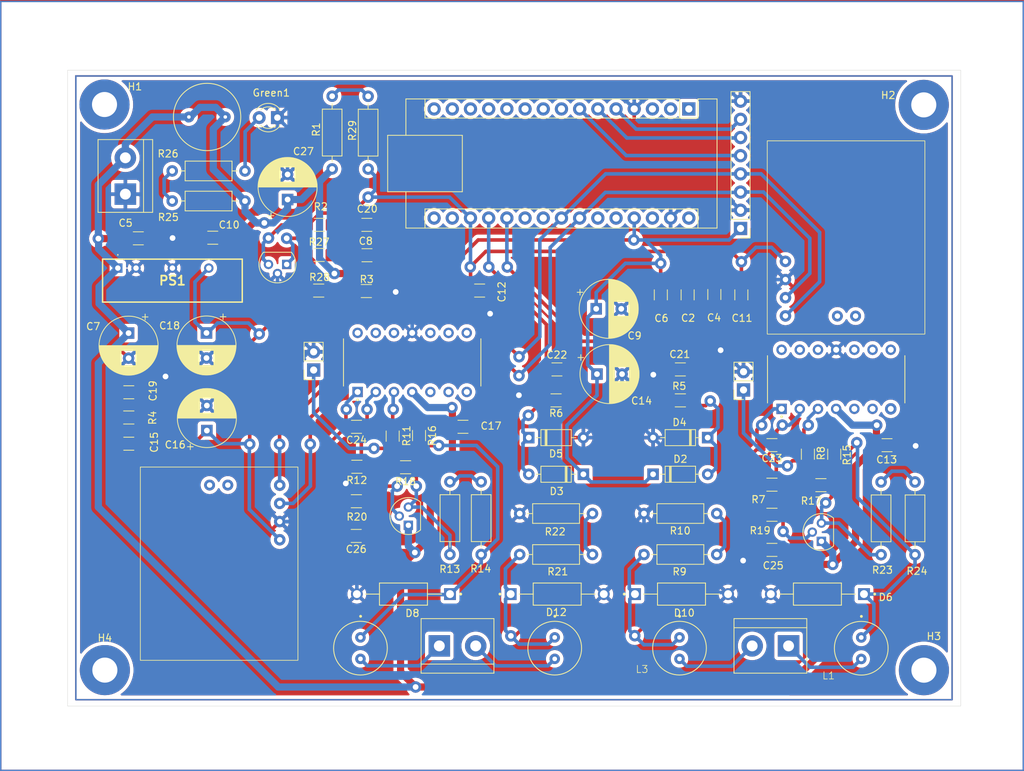
<source format=kicad_pcb>
(kicad_pcb (version 20221018) (generator pcbnew)
  (layers (0 "F.Cu" signal) (31 "B.Cu" signal) (34 "B.Paste" user) (35 "F.Paste" user) (36 "B.SilkS" user "B.Silkscreen") (37 "F.SilkS" user "F.Silkscreen") (38 "B.Mask" user) (39 "F.Mask" user) (44 "Edge.Cuts" user))
  (net 0 "")
  (net 4 "GND")
  (net 5 "EncoderA")
  (net 6 "SW1")
  (net 7 "EncoderB")
  (net 18 "Vref")
  (net 19 "A0")
  (net 20 "A1")
  (net 23 "SDA")
  (net 24 "SCL")
  (net 27 "5V")
  (net 30 "Net-(BC547_1-B)")
  (net 31 "Net-(BC547_1-E)")
  (net 32 "+24V")
  (net 33 "Net-(BC547_2-B)")
  (net 34 "Net-(BC547_2-E)")
  (net 35 "Net-(C23-Pad1)")
  (net 36 "Net-(C23-Pad2)")
  (net 37 "Net-(C24-Pad1)")
  (net 38 "Net-(C24-Pad2)")
  (net 39 "Net-(R2-Pad1)")
  (net 40 "Net-(D6-PadC)")
  (net 41 "Net-(D8-PadC)")
  (net 42 "Net-(D10-PadC)")
  (net 43 "Net-(D12-PadC)")
  (net 44 "Net-(TM_BLOCK/2P2-Pin_1)")
  (net 45 "Net-(TM_BLOCK/2P3-Pin_1)")
  (net 46 "Net-(TM_BLOCK/2P2-Pin_2)")
  (net 47 "Net-(TM_BLOCK/2P3-Pin_2)")
  (net 48 "Net-(R15-Pad2)")
  (net 49 "Net-(R11-Pad2)")
  (net 50 "Net-(TL431CLP1-REF)")
  (net 51 "V_DAC1")
  (net 52 "Net-(R10-Pad2)")
  (net 53 "V_DAC2")
  (net 54 "Net-(R13-Pad1)")
  (net 55 "Net-(R21-Pad1)")
  (net 56 "Net-(R23-Pad1)")
  (net 57 "Net-(R25-Pad1)")
  (net 58 "Net-( Green1-A)")
  (net 59 "Net-(R1-Pad2)")
  (net 60 "Net-(R28-Pad1)")
  (footprint "VAMK_R_SMD:1206" (layer "F.Cu") (at 172.18 95.69 90)
    (fp_text reference "R8")
    (fp_text value "150k" hide)
  )
  (footprint "VAMK_R_SMD:1206" (layer "F.Cu") (at 117.9 93.085 90)
    (fp_text reference "R16")
    (fp_text value "150k" hide)
  )
  (footprint "MountingHole:MountingHole_3.5mm_Pad" (layer "F.Cu") (at 188.36 46.89)
    (fp_text reference "H2")
    (fp_text value "MountingHole_Pad_MP" hide)
  )
  (footprint "VAMK_R:R3_5W" (layer "F.Cu") (at 182.4 104.57 -90)
    (fp_text reference "R23")
    (fp_text value "100R" hide)
  )
  (footprint "VAMK_C_SMD:C1206" (layer "F.Cu") (at 154.38 83.846002 180)
    (fp_text reference "C21")
    (fp_text value "100NF_50V_CER" hide)
  )
  (footprint "VAMK_C_SMD:C1206" (layer "F.Cu") (at 110.63 67.89)
    (fp_text reference "C8")
    (fp_text value "100NF_50V_CER" hide)
  )
  (footprint "DC 24/5 converter:AM2D2405SZ" (layer "F.Cu") (at 75.85 69.69)
    (fp_text reference "PS1")
    (fp_text value "AM2D-2405SZ" hide)
  )
  (footprint "VAMK_R:R3_5W" (layer "F.Cu") (at 110.79 50.69 -90)
    (fp_text reference "R29")
    (fp_text value "910R" hide)
  )
  (footprint "VAMK_R_SMD:1206" (layer "F.Cu") (at 103.95 67.86)
    (fp_text reference "R27")
    (fp_text value "0R" hide)
  )
  (footprint "VAMK_R_SMD:1206" (layer "F.Cu") (at 154.38 88.17)
    (fp_text reference "R5")
    (fp_text value "10k" hide)
  )
  (footprint "MountingHole:MountingHole_3.5mm_Pad" (layer "F.Cu") (at 188.38 125.86)
    (fp_text reference "H3")
    (fp_text value "MountingHole_Pad_MP" hide)
  )
  (footprint "VAMK_C_SMD:C1206" (layer "F.Cu") (at 155.396666 73.43 -90)
    (fp_text reference "C2")
    (fp_text value "100NF_50V_CER" hide)
  )
  (footprint "LM324NE4:DIP825W47P254L1917H533Q14" (layer "F.Cu") (at 116.94 82.8675 90)
    (fp_text reference "U4" hide)
    (fp_text value "LM324NE4" hide)
  )
  (footprint "VAMK_CON:ROW_VERT_1x8" (layer "F.Cu") (at 162.78 64.15 180)
    (fp_text reference "ROW_VERT/1X1" hide)
    (fp_text value "ROW_VERT_1X8" hide)
  )
  (footprint "Coil_3:Coil3_100uH" (layer "F.Cu") (at 109.72 122.78 -90)
    (fp_text reference "L2" hide)
    (fp_text value "Coil3" hide)
  )
  (footprint "VAMK_R_SMD:1206" (layer "F.Cu") (at 110.54 72.9 180)
    (fp_text reference "R3")
    (fp_text value "10k" hide)
  )
  (footprint "VAMK_D:LED" (layer "F.Cu") (at 98.125 48.67 180)
    (fp_text reference " Green1")
    (fp_text value "GreenLED" hide)
  )
  (footprint "P6KE43CA:DIOAD1300W80L670D310" (layer "F.Cu") (at 173.51 115.23 180)
    (fp_text reference "D6")
    (fp_text value "P6KE43CA" hide)
  )
  (footprint "MountingHole:MountingHole_3.5mm_Pad" (layer "F.Cu") (at 74.04 125.85)
    (fp_text reference "H4")
    (fp_text value "MountingHole_Pad_MP" hide)
  )
  (footprint "VAMK_CON:TM_BLOCK_2P" (layer "F.Cu") (at 169.485 122.4675 180)
    (fp_text reference "TM_BLOCK/2P2" hide)
    (fp_text value "TM_BLOCK_2P" hide)
  )
  (footprint "VAMK_R_SMD:1206" (layer "F.Cu") (at 137.03 88.17 180)
    (fp_text reference "R6")
    (fp_text value "10k" hide)
  )
  (footprint "Coil_3:Coil3_100uH" (layer "F.Cu") (at 136.84 122.78 -90)
    (fp_text reference "L4" hide)
    (fp_text value "Coil3" hide)
  )
  (footprint "VAMK_R:R3_5W" (layer "F.Cu") (at 122.21 104.54 -90)
    (fp_text reference "R13")
    (fp_text value "100R" hide)
  )
  (footprint "Coil_3:Coil3_100uH" (layer "F.Cu") (at 179.63 122.7925 -90)
    (fp_text reference "L1")
    (fp_text value "Coil3" hide)
  )
  (footprint "VAMK_R_SMD:1206" (layer "F.Cu") (at 114.22 93.165 90)
    (fp_text reference "R11")
    (fp_text value "150k" hide)
  )
  (footprint "VAMK_CON:SOCKET_1x2" (layer "F.Cu") (at 103.185 83.93 180)
    (fp_text reference "SOCKET/1X2" hide)
    (fp_text value "SOCKET_1X2" hide)
  )
  (footprint "VAMK_C_SMD:C1206" (layer "F.Cu") (at 109.17 91.865 180)
    (fp_text reference "C24")
    (fp_text value "100NF_50V_CER" hide)
  )
  (footprint "VAMK_C_SMD:C1206" (layer "F.Cu") (at 137.15 83.846002)
    (fp_text reference "C22")
    (fp_text value "100NF_50V_CER" hide)
  )
  (footprint "VAMK_C_SMD:C1206" (layer "F.Cu") (at 162.89 73.43 90)
    (fp_text reference "C11")
    (fp_text value "100NF_50V_CER" hide)
  )
  (footprint "VAMK_R_SMD:1206" (layer "F.Cu") (at 109.22 97.445)
    (fp_text reference "R12")
    (fp_text value "150k" hide)
  )
  (footprint "VAMK_C:C_P_3_5_8" (layer "F.Cu") (at 88.225 78.75 -90)
    (fp_text reference "C18")
    (fp_text value "100UF_50V_ELE" hide)
  )
  (footprint "VAMK_R:R3_5W" (layer "F.Cu") (at 105.77 50.84 90)
    (fp_text reference "R1")
    (fp_text value "910R" hide)
  )
  (footprint "VAMK_C_SMD:C1206" (layer "F.Cu") (at 78.71 65.53)
    (fp_text reference "C5")
    (fp_text value "100NF_50V_CER" hide)
  )
  (footprint "VAMK_C:C_P_3_5_8" (layer "F.Cu") (at 99.55 60.11 90)
    (fp_text reference "C27")
    (fp_text value "100UF_50V_ELE" hide)
  )
  (footprint "VAMK_R_SMD:1206" (layer "F.Cu") (at 174 100.01)
    (fp_text reference "R17")
    (fp_text value "150k" hide)
  )
  (footprint "VAMK_CON:SOCKET_1x2" (layer "F.Cu") (at 163.195 86.71 180)
    (fp_text reference "SOCKET/1X1" hide)
    (fp_text value "SOCKET_1X2" hide)
  )
  (footprint "VAMK_R:R3_5W" (layer "F.Cu") (at 88.44 60.32)
    (fp_text reference "R25")
    (fp_text value "2.2k" hide)
  )
  (footprint "LM324NE4:DIP825W47P254L1917H533Q14" (layer "F.Cu") (at 176.13 85.2275 90)
    (fp_text reference "U3" hide)
    (fp_text value "LM324NE4" hide)
  )
  (footprint "VAMK_C_SMD:C1206" (layer "F.Cu") (at 151.65 73.43 -90)
    (fp_text reference "C6")
    (fp_text value "100NF_50V_CER" hide)
  )
  (footprint "VAMK_C_SMD:C1206" (layer "F.Cu") (at 77.38 94.22)
    (fp_text reference "C15")
    (fp_text value "100NF_50V_CER" hide)
  )
  (footprint "VAMK_R_SMD:1206" (layer "F.Cu") (at 103.89 72.83 180)
    (fp_text reference "R28")
    (fp_text value "150R" hide)
  )
  (footprint "VAMK_R:R3_5W" (layer "F.Cu") (at 126.57 104.7 90)
    (fp_text reference "R14")
    (fp_text value "150R" hide)
  )
  (footprint "VAMK_R_SMD:1206" (layer "F.Cu") (at 167.165 99.945)
    (fp_text reference "R7")
    (fp_text value "150k" hide)
  )
  (footprint "VAMK_C_SMD:C1206" (layer "F.Cu") (at 159.12 73.38 -90)
    (fp_text reference "C4")
    (fp_text value "100NF_50V_CER" hide)
  )
  (footprint "VAMK_C_SMD:C1206" (layer "F.Cu") (at 109.13 107.105 180)
    (fp_text reference "C26")
    (fp_text value "100NF_50V_CER" hide)
  )
  (footprint "VAMK_CON:TM_BLOCK_2P" (layer "F.Cu") (at 120.73 122.4675)
    (fp_text reference "TM_BLOCK/2P3" hide)
    (fp_text value "TM_BLOCK_2P" hide)
  )
  (footprint "P6KE43CA:DIOAD1300W80L670D310" (layer "F.Cu") (at 154.54 115.23)
    (fp_text reference "D10")
    (fp_text value "P6KE43CA" hide)
  )
  (footprint "DAC_DFR0552:DFR0552" (layer "F.Cu") (at 177.57 65.25 90)
    (fp_text reference "U1" hide)
    (fp_text value "DFR0552" hide)
  )
  (footprint "VAMK_R_SMD:1206" (layer "F.Cu") (at 175.86 95.69 90)
    (fp_text reference "R15")
    (fp_text value "150k" hide)
  )
  (footprint "VAMK_R_SMD:1206" (layer "F.Cu") (at 109.15 102.2625)
    (fp_text reference "R20")
    (fp_text value "100R" hide)
  )
  (footprint "P6KE43CA:DIOAD1300W80L670D310" (layer "F.Cu") (at 115.72 115.23 180)
    (fp_text reference "D8")
    (fp_text value "P6KE43CA" hide)
  )
  (footprint "Diode_THT:D_DO-35_SOD27_P7.62mm_Horizontal" (layer "F.Cu") (at 158.19 93.37 180)
    (fp_text reference "D4")
    (fp_text value "1N4148" hide)
  )
  (footprint "VAMK_R_SMD:1206" (layer "F.Cu") (at 167.165 104.15)
    (fp_text reference "R19")
    (fp_text value "100R" hide)
  )
  (footprint "VAMK_C_SMD:C1206" (layer "F.Cu") (at 77.38 87.04 180)
    (fp_text reference "C19")
    (fp_text value "100NF_50V_CER" hide)
  )
  (footprint "VAMK_ANA:TO-92" (layer "F.Cu") (at 174.07 107.855 90)
    (fp_text reference "BC547_1" hide)
    (fp_text value "BC547_TO92_0.1A" hide)
  )
  (footprint "P6KE43CA:DIOAD1300W80L670D310" (layer "F.Cu") (at 137.19 115.23)
    (fp_text reference "D12")
    (fp_text value "P6KE43CA" hide)
  )
  (footprint "VAMK_R:R3_5W" (layer "F.Cu") (at 137.11 109.7 180)
    (fp_text reference "R21")
    (fp_text value "100R" hide)
  )
  (footprint "VAMK_CON:TM_BLOCK_2P" (layer "F.Cu") (at 76.9 59.36 90)
    (fp_text reference "TM_BLOCK/2P1" hide)
    (fp_text value "TM_BLOCK_2P")
  )
  (footprint "Diode_THT:D_DO-35_SOD27_P7.62mm_Horizontal" (layer "F.Cu") (at 133.22 93.37)
    (fp_text reference "D5")
    (fp_text value "1N4148" hide)
  )
  (footprint "VAMK_R:R3_5W" (layer "F.Cu") (at 187.14 104.73 90)
    (fp_text reference "R24")
    (fp_text value "150R" hide)
  )
  (footprint "VAMK_R:R3_5W" (layer "F.Cu") (at 136.95 103.98)
    (fp_text reference "R22")
    (fp_text value "150R" hide)
  )
  (footprint "VAMK_R:R3_5W" (layer "F.Cu") (at 154.3 103.98)
    (fp_text reference "R10")
    (fp_text value "150R" hide)
  )
  (footprint "VAMK_C:C_P_3_5_8" (layer "F.Cu") (at 142.63 75.38)
    (fp_text reference "C9")
    (fp_text value "100UF_50V_ELE" hide)
  )
  (footprint "VAMK_C_SMD:C1206" (layer "F.Cu") (at 167.165 109.055 180)
    (fp_text reference "C25")
    (fp_text value "100NF_50V_CER" hide)
  )
  (footprint "VAMK_R_SMD:1206" (layer "F.Cu") (at 103.98 63.65 180)
    (fp_text reference "R2")
    (fp_text value "10k" hide)
  )
  (footprint "TR5:FUSE_TR5" (layer "F.Cu") (at 88.31 48.58)
    (fp_text reference "F1" hide)
    (fp_text value "TR5")
  )
  (footprint "Coil_3:Coil3_100uH" (layer "F.Cu") (at 154.26 122.78 -90)
    (fp_text reference "L3")
    (fp_text value "Coil3" hide)
  )
  (footprint "VAMK_R:R3_5W" (layer "F.Cu") (at 154.46 109.7 180)
    (fp_text reference "R9")
    (fp_text value "100R" hide)
  )
  (footprint "VAMK_IC:TO-92" (layer "F.Cu") (at 99.42 69.175 180)
    (fp_text reference "TL431CLP1" hide)
    (fp_text value "TL431CLP_TO92" hide)
  )
  (footprint "VAMK_C_SMD:C1206" (layer "F.Cu") (at 110.61 63.65)
    (fp_text reference "C20")
    (fp_text value "100NF_50V_CER" hide)
  )
  (footprint "VAMK_C:C_P_3_5_8" (layer "F.Cu") (at 142.74 84.5)
    (fp_text reference "C14")
    (fp_text value "100UF_50V_ELE" hide)
  )
  (footprint "VAMK_C_SMD:C1206" (layer "F.Cu") (at 124.03 91.86)
    (fp_text reference "C17")
    (fp_text value "100NF_50V_CER" hide)
  )
  (footprint "VAMK_R_SMD:1206" (layer "F.Cu") (at 116.02 97.515)
    (fp_text reference "R18")
    (fp_text value "150k" hide)
  )
  (footprint "VAMK_R_SMD:1206" (layer "F.Cu") (at 77.38 90.56)
    (fp_text reference "R4")
    (fp_text value "470R" hide)
  )
  (footprint "VAMK_C:C_P_3_5_8" (layer "F.Cu") (at 77.35 78.775 -90)
    (fp_text reference "C7")
    (fp_text value "100UF_50V_ELE" hide)
  )
  (footprint "DAC_DFR0552:DFR0552" (layer "F.Cu") (at 89.93 111.14 -90)
    (fp_text reference "U2" hide)
    (fp_text value "DFR0552" hide)
  )
  (footprint "Diode_THT:D_DO-35_SOD27_P7.62mm_Horizontal" (layer "F.Cu") (at 140.84 98.49 180)
    (fp_text reference "D3")
    (fp_text value "1N4148" hide)
  )
  (footprint "VAMK_R:R3_5W" (layer "F.Cu") (at 88.6 56.12 180)
    (fp_text reference "R26")
    (fp_text value "2.2k" hide)
  )
  (footprint "VAMK_C_SMD:C1206" (layer "F.Cu") (at 126.36 72.83)
    (fp_text reference "C12")
    (fp_text value "100NF_50V_CER" hide)
  )
  (footprint "VAMK_C_SMD:C1206" (layer "F.Cu") (at 89.1 65.445 180)
    (fp_text reference "C10")
    (fp_text value "100NF_50V_CER" hide)
  )
  (footprint "Diode_THT:D_DO-35_SOD27_P7.62mm_Horizontal" (layer "F.Cu") (at 150.57 98.49)
    (fp_text reference "D2")
    (fp_text value "1N4148" hide)
  )
  (footprint "VAMK_ANA:TO-92" (layer "F.Cu") (at 116.41 105.615 90)
    (fp_text reference "BC547_2" hide)
    (fp_text value "BC547_TO92_0.1A" hide)
  )
  (footprint "VAMK_C:C_P_3_5_8" (layer "F.Cu") (at 88.28 92.39 90)
    (fp_text reference "C16")
    (fp_text value "100UF_50V_ELE" hide)
  )
  (footprint "Module:Arduino_Nano" (layer "F.Cu") (at 155.56 47.46 -90)
    (fp_text reference "A1" hide)
    (fp_text value "Arduino_Nano_v3.x")
  )
  (footprint "VAMK_C_SMD:C1206" (layer "F.Cu") (at 183.23 94.43)
    (fp_text reference "C13")
    (fp_text value "100NF_50V_CER" hide)
  )
  (footprint "MountingHole:MountingHole_3.5mm_Pad" (layer "F.Cu") (at 73.99 46.84)
    (fp_text reference "H1")
    (fp_text value "MountingHole_Pad_MP" hide)
  )
  (footprint "VAMK_C_SMD:C1206" (layer "F.Cu") (at 167.165 94.415 180)
    (fp_text reference "C23")
    (fp_text value "100NF_50V_CER" hide)
  )
  (gr_rect (start 59.515 32.34) (end 202.265 139.87) (stroke (width 0.2)) (fill none) (layer "F.Cu"))
  (gr_rect (start 69.99 42.85) (end 192.31 129.98) (stroke (width 0.2)) (fill none) (layer "F.Cu"))
  (gr_rect (start 59.5 32.44) (end 202.25 139.86) (stroke (width 0.2)) (fill none) (layer "B.Cu"))
  (gr_rect (start 69.99 42.85) (end 192.31 129.98) (stroke (width 0.2)) (fill none) (layer "B.Cu"))
  (gr_rect (start 68.83 42.05) (end 193.52 130.872) (stroke (width 0.05)) (fill none) (layer "Edge.Cuts"))
  (gr_text "Yen Dang" (at 169.63 48.17) (layer "F.Cu") (effects (font (size 1.5 1.5) (thickness 0.3) bold) (justify left bottom)))
  (segment (start 75.905 87.04) (end 75.01 87.935) (width 0.5) (layer "F.Cu") (net 4))
  (segment (start 76 87.04) (end 75.905 87.04) (width 0.5) (layer "F.Cu") (net 4))
  (segment (start 129.71 87.45) (end 125.505 91.655) (width 0.5) (layer "F.Cu") (net 4))
  (segment (start 163.14 110.55) (end 164.635 109.055) (width 0.5) (layer "F.Cu") (net 4))
  (segment (start 154.591666 75.71) (end 152.455 75.71) (width 0.5) (layer "F.Cu") (net 4))
  (segment (start 112.76 73.57) (end 114.09 73.57) (width 0.5) (layer "F.Cu") (net 4))
  (segment (start 127.82 76.06) (end 127.82 72.845) (width 0.5) (layer "F.Cu") (net 4))
  (segment (start 165.845 99.945) (end 167.17 101.27) (width 0.5) (layer "F.Cu") (net 4))
  (segment (start 184.705 94.43) (end 187.13 94.43) (width 0.5) (layer "F.Cu") (net 4))
  (segment (start 112.105 67.89) (end 112.12 67.905) (width 0.5) (layer "F.Cu") (net 4))
  (segment (start 138.625 83.846002) (end 140.671002 81.8) (width 0.5) (layer "F.Cu") (net 4))
  (segment (start 112.3105 68.0905) (end 112.255 68.035) (width 0.5) (layer "F.Cu") (net 4))
  (segment (start 127.82 72.845) (end 127.835 72.83) (width 0.5) (layer "F.Cu") (net 4))
  (segment (start 75.01 89.74) (end 75.83 90.56) (width 0.5) (layer "F.Cu") (net 4))
  (segment (start 83.49 65.49) (end 87.58 65.49) (width 0.5) (layer "F.Cu") (net 4))
  (segment (start 109 105.76) (end 107.655 107.105) (width 0.5) (layer "F.Cu") (net 4))
  (segment (start 112.96 64.525) (end 112.105 63.67) (width 0.5) (layer "F.Cu") (net 4))
  (segment (start 152.455 75.71) (end 151.65 74.905) (width 0.5) (layer "F.Cu") (net 4))
  (segment (start 131.84 87.45) (end 129.71 87.45) (width 0.5) (layer "F.Cu") (net 4))
  (segment (start 164.635 109.055) (end 165.69 109.055) (width 0.5) (layer "F.Cu") (net 4))
  (segment (start 76.087349 87.077651) (end 76.125 87.04) (width 0.5) (layer "F.Cu") (net 4))
  (segment (start 112.09 72.9) (end 112.76 73.57) (width 0.5) (layer "F.Cu") (net 4))
  (segment (start 87.58 65.49) (end 87.625 65.445) (width 0.5) (layer "F.Cu") (net 4))
  (segment (start 162.89 74.905) (end 162.085 75.71) (width 0.5) (layer "F.Cu") (net 4))
  (segment (start 167.17 107.575) (end 165.69 109.055) (width 0.5) (layer "F.Cu") (net 4))
  (segment (start 155.396666 74.905) (end 154.591666 75.71) (width 0.5) (layer "F.Cu") (net 4))
  (segment (start 83.45 65.53) (end 83.49 65.49) (width 0.5) (layer "F.Cu") (net 4))
  (segment (start 109 98.775) (end 109 105.76) (width 0.5) (layer "F.Cu") (net 4))
  (segment (start 74.95 93.265) (end 75.905 94.22) (width 0.5) (layer "F.Cu") (net 4))
  (segment (start 150.603001 84.583001) (end 151.34 83.846002) (width 0.5) (layer "F.Cu") (net 4))
  (segment (start 107.67 99.767234) (end 107.67 97.4775) (width 0.5) (layer "F.Cu") (net 4))
  (segment (start 112.82 68.605) (end 112.82 72.17) (width 0.5) (layer "F.Cu") (net 4))
  (segment (start 162.085 75.71) (end 159.975 75.71) (width 0.5) (layer "F.Cu") (net 4))
  (segment (start 140.671002 81.8) (end 147.82 81.8) (width 0.5) (layer "F.Cu") (net 4))
  (segment (start 78.14 84.9) (end 76 87.04) (width 0.5) (layer "F.Cu") (net 4))
  (segment (start 112.105 67.89) (end 112.82 68.605) (width 0.5) (layer "F.Cu") (net 4))
  (segment (start 114.09 73.57) (end 114.64 73.02) (width 0.5) (layer "F.Cu") (net 4))
  (segment (start 80.185 65.53) (end 83.45 65.53) (width 0.5) (layer "F.Cu") (net 4))
  (segment (start 82.51 84.83) (end 82.44 84.9) (width 0.5) (layer "F.Cu") (net 4))
  (segment (start 107.67 97.445) (end 109 98.775) (width 0.5) (layer "F.Cu") (net 4))
  (segment (start 162.89 78.27) (end 160 81.16) (width 0.5) (layer "F.Cu") (net 4))
  (segment (start 159.12 74.855) (end 158.315 75.66) (width 0.5) (layer "F.Cu") (net 4))
  (segment (start 162.89 74.905) (end 162.89 78.27) (width 0.5) (layer "F.Cu") (net 4))
  (segment (start 147.82 81.8) (end 150.603001 84.583001) (width 0.5) (layer "F.Cu") (net 4))
  (segment (start 74.95 91.44) (end 74.95 93.265) (width 0.5) (layer "F.Cu") (net 4))
  (segment (start 167.17 101.27) (end 167.17 107.575) (width 0.5) (layer "F.Cu") (net 4))
  (segment (start 112.82 72.17) (end 112.09 72.9) (width 0.5) (layer "F.Cu") (net 4))
  (segment (start 112.96 67.035) (end 112.96 64.525) (width 0.5) (layer "F.Cu") (net 4))
  (segment (start 76.13 87.035) (end 76.125 87.04) (width 0.5) (layer "F.Cu") (net 4))
  (segment (start 156.151666 75.66) (end 155.396666 74.905) (width 0.5) (layer "F.Cu") (net 4))
  (segment (start 114.64 73.02) (end 114.83 72.83) (width 0.5) (layer "F.Cu") (net 4))
  (segment (start 112.105 67.89) (end 112.96 67.035) (width 0.5) (layer "F.Cu") (net 4))
  (segment (start 76.125 91.045) (end 76.02 91.15) (width 0.5) (layer "F.Cu") (net 4))
  (segment (start 87.565 65.505) (end 87.625 65.445) (width 0.5) (layer "F.Cu") (net 4))
  (segment (start 151.34 83.846002) (end 152.905 83.846002) (width 0.5) (layer "F.Cu") (net 4))
  (segment (start 159.975 75.71) (end 159.12 74.855) (width 0.5) (layer "F.Cu") (net 4))
  (segment (start 75.01 87.935) (end 75.01 89.74) (width 0.5) (layer "F.Cu") (net 4))
  (segment (start 82.44 84.9) (end 78.14 84.9) (width 0.5) (layer "F.Cu") (net 4))
  (segment (start 158.315 75.66) (end 156.151666 75.66) (width 0.5) (layer "F.Cu") (net 4))
  (segment (start 75.83 90.56) (end 74.95 91.44) (width 0.5) (layer "F.Cu") (net 4))
  (via (at 150.603001 84.583001) (size 1.6) (drill 0.8) (layers "F.Cu" "B.Cu") (net 4))
  (via (at 107.67 99.767234) (size 1.6) (drill 0.8) (layers "F.Cu" "B.Cu") (net 4))
  (via (at 187.225 94.525) (size 1.6) (drill 0.8) (layers "F.Cu" "B.Cu") (net 4))
  (via (at 131.84 87.45) (size 1.6) (drill 0.8) (layers "F.Cu" "B.Cu") (net 4))
  (via (at 160 81.16) (size 1.6) (drill 0.8) (layers "F.Cu" "B.Cu") (net 4))
  (via (at 114.64 73.02) (size 1.6) (drill 0.8) (layers "F.Cu" "B.Cu") (net 4))
  (via (at 127.82 76.06) (size 1.6) (drill 0.8) (layers "F.Cu" "B.Cu") (net 4))
  (via (at 82.51 84.83) (size 1.6) (drill 0.8) (layers "F.Cu" "B.Cu") (net 4))
  (via (at 83.49 65.49) (size 1.6) (drill 0.8) (layers "F.Cu" "B.Cu") (net 4))
  (via (at 163.14 110.55) (size 1.6) (drill 0.8) (layers "F.Cu" "B.Cu") (net 4))
  (segment (start 147.34 83.4) (end 147.34 76.59) (width 0.5) (layer "B.Cu") (net 4))
  (segment (start 150.58 91.17) (end 146.24 86.83) (width 0.5) (layer "B.Cu") (net 4))
  (segment (start 78.39 69.69) (end 79.23 70.53) (width 0.5) (layer "B.Cu") (net 4))
  (segment (start 185.31 84.31) (end 179.34 84.31) (width 0.5) (layer "B.Cu") (net 4))
  (segment (start 131.84 87.45) (end 130.06 87.45) (width 0.5) (layer "B.Cu") (net 4))
  (segment (start 149.3 105.47) (end 149.3 103.98) (width 0.5) (layer "B.Cu") (net 4))
  (segment (start 131.95 103.98) (end 130.6 102.63) (width 0.5) (layer "B.Cu") (net 4))
  (segment (start 146.24 84.5) (end 147.34 83.4) (width 0.5) (layer "B.Cu") (net 4))
  (segment (start 146.24 86.83) (end 146.24 84.5) (width 0.5) (layer "B.Cu") (net 4))
  (segment (start 134.56 101.37) (end 146.67 101.37) (width 0.5) (layer "B.Cu") (net 4))
  (segment (start 150.58 93.36) (end 150.58 91.17) (width 0.5) (layer "B.Cu") (net 4))
  (segment (start 173.06 84.17) (end 176.13 81.1) (width 0.5) (layer "B.Cu") (net 4))
  (segment (start 130.06 87.45) (end 124 81.39) (width 0.5) (layer "B.Cu") (net 4))
  (segment (start 160 77.62) (end 160 81.16) (width 0.5) (layer "B.Cu") (net 4))
  (segment (start 90.56 86.61) (end 97.26 86.61) (width 0.5) (layer "B.Cu") (net 4))
  (segment (start 79.1 80.525) (end 79.99 79.635) (width 0.5) (layer "B.Cu") (net 4))
  (segment (start 83.49 63.98) (end 83.49 65.49) (width 0.5) (layer "B.Cu") (net 4))
  (segment (start 85.645 84.83) (end 88.225 82.25) (width 0.5) (layer "B.Cu") (net 4))
  (segment (start 146.67 101.37) (end 149.28 103.98) (width 0.5) (layer "B.Cu") (net 4))
  (segment (start 163.195 84.17) (end 173.06 84.17) (width 0.5) (layer "B.Cu") (net 4))
  (segment (start 96 87.915) (end 102.525 81.39) (width 0.5) (layer "B.Cu") (net 4))
  (segment (start 116.94 78.74) (end 119.62 76.06) (width 0.5) (layer "B.Cu") (net 4))
  (segment (start 98.14 76.345) (end 103.185 81.39) (width 0.5) (layer "B.Cu") (net 4))
  (segment (start 114.64 73.08) (end 116.94 75.38) (width 0.5) (layer "B.Cu") (net 4))
  (segment (start 132.07575 103.6745) (end 131.95 103.6745) (width 0.5) (layer "B.Cu") (net 4))
  (segment (start 149.25 103.98) (end 145.9 107.33) (width 0.5) (layer "B.Cu") (net 4))
  (segment (start 124 81.39) (end 119.83 81.39) (width 0.5) (layer "B.Cu") (net 4))
  (segment (start 142.21 92) (end 149.2 92) (width 0.5) (layer "B.Cu") (net 4))
  (segment (start 162.78 46.37) (end 166.38 46.37) (width 0.5) (layer "B.Cu") (net 4))
  (segment (start 103.185 81.39) (end 114.29 81.39) (width 0.5) (layer "B.Cu") (net 4))
  (segment (start 150.57 93.37) (end 153.38 96.18) (width 0.5) (layer "B.Cu") (net 4))
  (segment (start 158.84 115.01) (end 149.3 105.47) (width 0.5) (layer "B.Cu") (net 4))
  (segment (start 98.14 70.445) (end 98.14 76.345) (width 0.5) (layer "B.Cu") (net 4))
  (segment (start 161.79 60.62) (end 162.78 61.61) (width 0.5) (layer "B.Cu") (net 4))
  (segment (start 166.16 116.08) (end 167.01 115.23) (width 0.5) (layer "B.Cu") (net 4))
  (segment (start 161.04 115.01) (end 158.84 115.01) (width 0.5) (layer "B.Cu") (net 4))
  (segment (start 102.525 81.39) (end 103.185 81.39) (width 0.5) (layer "B.Cu") (net 4))
  (segment (start 109.22 112.22) (end 102.1 105.1) (width 0.5) (layer "B.Cu") (net 4))
  (segment (start 99.54 50.085) (end 99.54 56.6) (width 0.5) (layer "B.Cu") (net 4))
  (segment (start 116.99 78.74) (end 116.94 78.74) (width 0.5) (layer "B.Cu") (net 4))
  (segment (start 82.63 70.53) (end 83.47 69.69) (width 0.5) (layer "B.Cu") (net 4))
  (segment (start 166.53 61.55) (end 171.04 66.06) (width 0.5) (layer "B.Cu") (net 4))
  (segment (start 162.84 61.55) (end 166.53 61.55) (width 0.5) (layer "B.Cu") (net 4))
  (segment (start 131.95 103.98) (end 134.56 101.37) (width 0.5) (layer "B.Cu") (net 4))
  (segment (start 149.63 103.98) (end 149.3 103.98) (width 0.5) (layer "B.Cu") (net 4))
  (segment (start 160.185 81.16) (end 163.195 84.17) (width 0.5) (layer "B.Cu") (net 4))
  (segment (start 109.22 114.51) (end 109.22 112.22) (width 0.5) (layer "B.Cu") (net 4))
  (segment (start 116.94 75.38) (end 116.94 78.74) (width 0.5) (layer "B.Cu") (net 4))
  (segment (start 79.99 79.635) (end 79.99 71.29) (width 0.5) (layer "B.Cu") (net 4))
  (segment (start 84.11 66.11) (end 84.11 69.05) (width 0.5) (layer "B.Cu") (net 4))
  (segment (start 169.05 71.29) (end 166.33 71.29) (width 0.5) (layer "B.Cu") (net 4))
  (segment (start 82.51 84.83) (end 85.645 84.83) (width 0.5) (layer "B.Cu") (net 4))
  (segment (start 144.27 43.79) (end 103.005 43.79) (width 0.5) (layer "B.Cu") (net 4))
  (segment (start 162.11 116.08) (end 166.16 116.08) (width 0.5) (layer "B.Cu") (net 4))
  (segment (start 149.3 103.98) (end 149.25 103.98) (width 0.5) (layer "B.Cu") (net 4))
  (segment (start 149.926002 85.26) (end 150.603001 84.583001) (width 0.5) (layer "B.Cu") (net 4))
  (segment (start 114.29 81.39) (end 116.94 78.74) (width 0.5) (layer "B.Cu") (net 4))
  (segment (start 140.84 93.37) (end 142.21 92) (width 0.5) (layer "B.Cu") (net 4))
  (segment (start 150.603001 84.583001) (end 150.606999 84.583001) (width 0.5) (layer "B.Cu") (net 4))
  (segment (start 103.005 43.79) (end 98.125 48.67) (width 0.5) (layer "B.Cu") (net 4))
  (segment (start 83.49 65.49) (end 84.11 66.11) (width 0.5) (layer "B.Cu") (net 4))
  (segment (start 96 102.65) (end 98.45 105.1) (width 0.5) (layer "B.Cu") (net 4))
  (segment (start 151.64 43.76) (end 160.17 43.76) (width 0.5) (layer "B.Cu") (net 4))
  (segment (start 107.67 99.767234) (end 102.337234 105.1) (width 0.5) (layer "B.Cu") (net 4))
  (segment (start 147 85.26) (end 149.926002 85.26) (width 0.5) (layer "B.Cu") (net 4))
  (segment (start 166.38 46.37) (end 187.19 67.18) (width 0.5) (layer "B.Cu") (net 4))
  (segment (start 77.35 82.275) (end 79.1 80.525) (width 0.5) (layer "B.Cu") (net 4))
  (segment (start 153.38 100.23) (end 149.63 103.98) (width 0.5) (layer "B.Cu") (net 4))
  (segment (start 114.29 81.39) (end 120.11 81.39) (width 0.5) (layer "B.Cu") (net 4))
  (segment (start 171.04 66.06) (end 171.04 69.3) (width 0.5) (layer "B.Cu") (net 4))
  (segment (start 187.225 94.525) (end 187.275 94.475) (width 0.5) (layer "B.Cu") (net 4))
  (segment (start 78.87 59.36) (end 83.49 63.98) (width 0.5) (layer "B.Cu") (net 4))
  (segment (start 187.265 94.485) (end 187.225 94.525) (width 0.5) (layer "B.Cu") (net 4))
  (segment (start 96 90.832651) (end 96 102.65) (width 0.5) (layer "B.Cu") (net 4))
  (segment (start 119.62 76.06) (end 127.82 76.06) (width 0.5) (layer "B.Cu") (net 4))
  (segment (start 96 90.832651) (end 96 87.915) (width 0.5) (layer "B.Cu") (net 4))
  (segment (start 147.94 47.46) (end 151.64 43.76) (width 0.5) (layer "B.Cu") (net 4))
  (segment (start 163.14 110.55) (end 163.14 112.91) (width 0.5) (layer "B.Cu") (net 4))
  (segment (start 163.14 112.91) (end 161.04 115.01) (width 0.5) (layer "B.Cu") (net 4))
  (segment (start 153.38 96.18) (end 153.38 100.23) (width 0.5) (layer "B.Cu") (net 4))
  (segment (start 79.99 71.29) (end 79.23 70.53) (width 0.5) (layer "B.Cu") (net 4))
  (segment (start 147.94 47.46) (end 144.27 43.79) (width 0.5) (layer "B.Cu") (net 4))
  (segment (start 130.6 102.63) (end 130.6 88.69) (width 0.5) (layer "B.Cu") (net 4))
  (segment (start 98.125 48.67) (end 99.54 50.085) (width 0.5) (layer "B.Cu") (net 4))
  (segment (start 76.9 59.36) (end 78.87 59.36) (width 0.5) (layer "B.Cu") (net 4))
  (segment (start 79.23 70.53) (end 82.63 70.53) (width 0.5) (layer "B.Cu") (net 4))
  (segment (start 145.9 112.8) (end 143.69 115.01) (width 0.5) (layer "B.Cu") (net 4))
  (segment (start 116.82 78.74) (end 116.82 78.71) (width 0.5) (layer "B.Cu") (net 4))
  (segment (start 160 81.16) (end 160.185 81.16) (width 0.5) (layer "B.Cu") (net 4))
  (segment (start 149.28 103.98) (end 149.3 103.98) (width 0.5) (layer "B.Cu") (net 4))
  (segment (start 89.085 81.39) (end 103.185 81.39) (width 0.5) (layer "B.Cu") (net 4))
  (segment (start 166.33 71.29) (end 160 77.62) (width 0.5) (layer "B.Cu") (net 4))
  (segment (start 79.1 80.525) (end 86.5 80.525) (width 0.5) (layer "B.Cu") (net 4))
  (segment (start 150.57 93.37) (end 150.58 93.36) (width 0.5) (layer "B.Cu") (net 4))
  (segment (start 153.02 62.7) (end 155.1 60.62) (width 0.5) (layer "B.Cu") (net 4))
  (segment (start 102.337234 105.1) (end 98.45 105.1) (width 0.5) (layer "B.Cu") (net 4))
  (segment (start 155.1 60.62) (end 161.79 60.62) (width 0.5) (layer "B.Cu") (net 4))
  (segment (start 146.24 84.5) (end 147 85.26) (width 0.5) (layer "B.Cu") (net 4))
  (segment (start 147.34 76.59) (end 146.13 75.38) (width 0.5) (layer "B.Cu") (net 4))
  (segment (start 179.34 84.31) (end 176.13 81.1) (width 0.5) (layer "B.Cu") (net 4))
  (segment (start 102.1 105.1) (end 98.45 105.1) (width 0.5) (layer "B.Cu") (net 4))
  (segment (start 88.28 88.89) (end 90.56 86.61) (width 0.5) (layer "B.Cu") (net 4))
  (segment (start 88.2 82.437651) (end 88.2 82.1) (width 0.5) (layer "B.Cu") (net 4))
  (segment (start 130.6 88.69) (end 131.84 87.45) (width 0.5) (layer "B.Cu") (net 4))
  (segment (start 187.19 86.19) (end 185.31 84.31) (width 0.5) (layer "B.Cu") (net 4))
  (segment (start 171.04 69.3) (end 169.05 71.29) (width 0.5) (layer "B.Cu") (net 4))
  (segment (start 149.2 92) (end 150.57 93.37) (width 0.5) (layer "B.Cu") (net 4))
  (segment (start 84.11 69.05) (end 83.47 69.69) (width 0.5) (layer "B.Cu") (net 4))
  (segment (start 187.19 67.18) (end 187.19 94.76) (width 0.5) (layer "B.Cu") (net 4))
  (segment (start 145.9 107.33) (end 145.9 112.8) (width 0.5) (layer "B.Cu") (net 4))
  (segment (start 149.28 92.08) (end 150.57 93.37) (width 0.5) (layer "B.Cu") (net 4))
  (segment (start 114.64 73.02) (end 114.64 73.08) (width 0.5) (layer "B.Cu") (net 4))
  (segment (start 97.26 86.61) (end 97.2825 86.6325) (width 0.5) (layer "B.Cu") (net 4))
  (segment (start 161.04 115.01) (end 162.11 116.08) (width 0.5) (layer "B.Cu") (net 4))
  (segment (start 86.5 80.525) (end 88.225 82.25) (width 0.5) (layer "B.Cu") (net 4))
  (segment (start 160.17 43.76) (end 162.78 46.37) (width 0.5) (layer "B.Cu") (net 4))
  (segment (start 187.15 94.45) (end 187.225 94.525) (width 0.5) (layer "B.Cu") (net 4))
  (segment (start 150.606999 84.583001) (end 154.03 81.16) (width 0.5) (layer "B.Cu") (net 4))
  (segment (start 154.03 81.16) (end 160 81.16) (width 0.5) (layer "B.Cu") (net 4))
  (segment (start 88.225 82.25) (end 89.085 81.39) (width 0.5) (layer "B.Cu") (net 4))
  (segment (start 148.22 50.28) (end 161.41 50.28) (width 0.5) (layer "B.Cu") (net 5))
  (segment (start 145.4 47.46) (end 148.22 50.28) (width 0.5) (layer "B.Cu") (net 5))
  (segment (start 161.41 50.28) (end 162.78 48.91) (width 0.5) (layer "B.Cu") (net 5))
  (segment (start 140.32 47.46) (end 146.83 53.97) (width 0.5) (layer "B.Cu") (net 6))
  (segment (start 146.83 53.97) (end 162.76 53.97) (width 0.5) (layer "B.Cu") (net 6))
  (segment (start 162.76 53.97) (end 162.78 53.99) (width 0.5) (layer "B.Cu") (net 6))
  (segment (start 146.91 51.51) (end 162.72 51.51) (width 0.5) (layer "B.Cu") (net 7))
  (segment (start 142.86 47.46) (end 146.91 51.51) (width 0.5) (layer "B.Cu") (net 7))
  (segment (start 162.72 51.51) (end 162.78 51.45) (width 0.5) (layer "B.Cu") (net 7))
  (segment (start 78.855 94.22) (end 78.865 94.23) (width 0.5) (layer "F.Cu") (net 18))
  (segment (start 94.26 94.31) (end 94.26 84.55) (width 0.5) (layer "F.Cu") (net 18))
  (segment (start 86.44 94.23) (end 88.28 92.39) (width 0.5) (layer "F.Cu") (net 18))
  (segment (start 125.09 72.625) (end 124.885 72.83) (width 0.5) (layer "F.Cu") (net 18))
  (segment (start 161.45 67.36) (end 162.9 68.81) (width 0.5) (layer "F.Cu") (net 18))
  (segment (start 94.26 84.55) (end 102.56 76.25) (width 0.5) (layer "F.Cu") (net 18))
  (segment (start 127.2195 67.36) (end 161.45 67.36) (width 0.5) (layer "F.Cu") (net 18))
  (segment (start 118.1 76.25) (end 121.52 72.83) (width 0.5) (layer "F.Cu") (net 18))
  (segment (start 162.9 71.945) (end 162.89 71.955) (width 0.5) (layer "F.Cu") (net 18))
  (segment (start 121.52 72.83) (end 124.885 72.83) (width 0.5) (layer "F.Cu") (net 18))
  (segment (start 125.09 69.5705) (end 125.09 72.625) (width 0.5) (layer "F.Cu") (net 18))
  (segment (start 125.0495 69.53) (end 127.2195 67.36) (width 0.5) (layer "F.Cu") (net 18))
  (segment (start 102.41 63.67) (end 98.695 63.67) (width 0.5) (layer "F.Cu") (net 18))
  (segment (start 107.485 62) (end 104.08 62) (width 0.5) (layer "F.Cu") (net 18))
  (segment (start 110.79 59.78) (end 109.12 61.45) (width 0.5) (layer "F.Cu") (net 18))
  (segment (start 109.135 63.65) (end 107.485 62) (width 0.5) (layer "F.Cu") (net 18))
  (segment (start 104.08 62) (end 102.43 63.65) (width 0.5) (layer "F.Cu") (net 18))
  (segment (start 109.12 61.45) (end 109.12 63.635) (width 0.5) (layer "F.Cu") (net 18))
  (segment (start 78.865 94.23) (end 86.44 94.23) (width 0.5) (layer "F.Cu") (net 18))
  (segment (start 102.56 76.25) (end 118.1 76.25) (width 0.5) (layer "F.Cu") (net 18))
  (segment (start 162.9 68.81) (end 162.9 71.945) (width 0.5) (layer "F.Cu") (net 18))
  (segment (start 102.43 63.65) (end 102.41 63.67) (width 0.5) (layer "F.Cu") (net 18))
  (segment (start 98.695 63.67) (end 96.88 65.485) (width 0.5) (layer "F.Cu") (net 18))
  (via (at 94.26 94.28) (size 1.6) (drill 0.8) (layers "F.Cu" "B.Cu") (net 18))
  (via (at 125.0495 69.53) (size 1.6) (drill 0.8) (layers "F.Cu" "B.Cu") (net 18))
  (via (at 110.79 59.78) (size 1.6) (drill 0.8) (layers "F.Cu" "B.Cu") (net 18))
  (via (at 162.9 68.81) (size 1.6) (drill 0.8) (layers "F.Cu" "B.Cu") (net 18))
  (via (at 96.88 65.485) (size 1.6) (drill 0.8) (layers "F.Cu" "B.Cu") (net 18))
  (segment (start 167.1 66.8) (end 169.05 68.75) (width 0.5) (layer "B.Cu") (net 18))
  (segment (start 94.21 103.4) (end 98.45 107.64) (width 0.5) (layer "B.Cu") (net 18))
  (segment (start 94.17 94.22) (end 90.11 94.22) (width 0.5) (layer "B.Cu") (net 18))
  (segment (start 90.11 94.22) (end 88.28 92.39) (width 0.5) (layer "B.Cu") (net 18))
  (segment (start 111.7 58.87) (end 111.7 56.76) (width 0.5) (layer "B.Cu") (net 18))
  (segment (start 110.79 59.78) (end 122.16 59.78) (width 0.5) (layer "B.Cu") (net 18))
  (segment (start 111.7 56.76) (end 110.79 55.85) (width 0.5) (layer "B.Cu") (net 18))
  (segment (start 110.79 59.78) (end 111.7 58.87) (width 0.5) (layer "B.Cu") (net 18))
  (segment (start 125.08 62.7) (end 125.08 69.4995) (width 0.5) (layer "B.Cu") (net 18))
  (segment (start 162.9 68.81) (end 164.91 66.8) (width 0.5) (layer "B.Cu") (net 18))
  (segment (start 96.16 68.455) (end 96.88 69.175) (width 0.5) (layer "B.Cu") (net 18))
  (segment (start 96.16 66.205) (end 96.16 68.455) (width 0.5) (layer "B.Cu") (net 18))
  (segment (start 96.88 65.485) (end 96.16 66.205) (width 0.5) (layer "B.Cu") (net 18))
  (segment (start 94.21 94.36) (end 94.21 103.4) (width 0.5) (layer "B.Cu") (net 18))
  (segment (start 122.16 59.78) (end 125.08 62.7) (width 0.5) (layer "B.Cu") (net 18))
  (segment (start 164.91 66.8) (end 167.1 66.8) (width 0.5) (layer "B.Cu") (net 18))
  (segment (start 127.6395 69.53) (end 135.675 77.5655) (width 0.5) (layer "F.Cu") (net 19))
  (segment (start 135.48 88.17) (end 135.24 88.17) (width 0.5) (layer "F.Cu") (net 19))
  (segment (start 134.84 87.53) (end 134.84 84.681002) (width 0.5) (layer "F.Cu") (net 19))
  (segment (start 135.675 77.5655) (end 135.675 83.846002) (width 0.5) (layer "F.Cu") (net 19))
  (segment (start 135.48 88.17) (end 134.84 87.53) (width 0.5) (layer "F.Cu") (net 19))
  (segment (start 135.24 88.17) (end 133.16 90.25) (width 0.5) (layer "F.Cu") (net 19))
  (segment (start 135.675 83.846002) (end 135.51 83.681002) (width 0.5) (layer "F.Cu") (net 19))
  (segment (start 134.84 84.681002) (end 135.675 83.846002) (width 0.5) (layer "F.Cu") (net 19))
  (via (at 127.6395 69.53) (size 1.6) (drill 0.8) (layers "F.Cu" "B.Cu") (net 19))
  (via (at 133.16 90.25) (size 1.6) (drill 0.8) (layers "F.Cu" "B.Cu") (net 19))
  (segment (start 127.62 62.7) (end 127.62 69.5105) (width 0.5) (layer "B.Cu") (net 19))
  (segment (start 133.22 93.37) (end 132.41 92.56) (width 0.5) (layer "B.Cu") (net 19))
  (segment (start 132.41 97.68) (end 133.22 98.49) (width 0.5) (layer "B.Cu") (net 19))
  (segment (start 132.41 92.56) (end 132.41 91) (width 0.5) (layer "B.Cu") (net 19))
  (segment (start 132.41 91) (end 133.16 90.25) (width 0.5) (layer "B.Cu") (net 19))
  (segment (start 133.22 93.37) (end 132.41 94.18) (width 0.5) (layer "B.Cu") (net 19))
  (segment (start 133.15875 93.03025) (end 133.22 92.969) (width 0.5) (layer "B.Cu") (net 19))
  (segment (start 132.41 94.18) (end 132.41 97.68) (width 0.5) (layer "B.Cu") (net 19))
  (segment (start 157.906002 88.9) (end 158.55 88.256002) (width 0.5) (layer "F.Cu") (net 20))
  (segment (start 156.83 84.821002) (end 156.83 87.27) (width 0.5) (layer "F.Cu") (net 20))
  (segment (start 155.855 83.846002) (end 156.83 84.821002) (width 0.5) (layer "F.Cu") (net 20))
  (segment (start 155.855 83.846002) (end 151.918998 79.91) (width 0.5) (layer "F.Cu") (net 20))
  (segment (start 156.83 87.27) (end 155.93 88.17) (width 0.5) (layer "F.Cu") (net 20))
  (segment (start 156.66 88.9) (end 157.906002 88.9) (width 0.5) (layer "F.Cu") (net 20))
  (segment (start 140.61 79.91) (end 130.23 69.53) (width 0.5) (layer "F.Cu") (net 20))
  (segment (start 151.918998 79.91) (end 140.61 79.91) (width 0.5) (layer "F.Cu") (net 20))
  (segment (start 155.93 88.17) (end 156.66 88.9) (width 0.5) (layer "F.Cu") (net 20))
  (via (at 130.22 69.53) (size 1.6) (drill 0.8) (layers "F.Cu" "B.Cu") (net 20))
  (via (at 158.55 88.256002) (size 1.6) (drill 0.8) (layers "F.Cu" "B.Cu") (net 20))
  (segment (start 159.32 94.5) (end 158.19 93.37) (width 0.5) (layer "B.Cu") (net 20))
  (segment (start 159.32 97.69) (end 159.32 94.5) (width 0.5) (layer "B.Cu") (net 20))
  (segment (start 159.63 91.93) (end 159.63 89.336002) (width 0.5) (layer "B.Cu") (net 20))
  (segment (start 130.16 62.7) (end 130.16 69.47) (width 0.5) (layer "B.Cu") (net 20))
  (segment (start 158.52 98.49) (end 159.32 97.69) (width 0.5) (layer "B.Cu") (net 20))
  (segment (start 159.63 89.336002) (end 158.55 88.256002) (width 0.5) (layer "B.Cu") (net 20))
  (segment (start 158.19 93.37) (end 159.63 91.93) (width 0.5) (layer "B.Cu") (net 20))
  (segment (start 98.43 92.54) (end 98.43 94.29) (width 0.5) (layer "F.Cu") (net 23))
  (segment (start 130.79 81) (end 109.97 81) (width 0.5) (layer "F.Cu") (net 23))
  (segment (start 109.97 81) (end 98.43 92.54) (width 0.5) (layer "F.Cu") (net 23))
  (segment (start 131.86 82.07) (end 130.79 81) (width 0.5) (layer "F.Cu") (net 23))
  (via (at 98.43 94.29) (size 1.6) (drill 0.8) (layers "F.Cu" "B.Cu") (net 23))
  (via (at 131.86 82.07) (size 1.6) (drill 0.8) (layers "F.Cu" "B.Cu") (net 23))
  (segment (start 98.31 94.41) (end 98.43 94.29) (width 0.5) (layer "B.Cu") (net 23))
  (segment (start 143.95 56.53) (end 162.78 56.53) (width 0.5) (layer "B.Cu") (net 23))
  (segment (start 169.05 76.37) (end 173.82 71.6) (width 0.5) (layer "B.Cu") (net 23))
  (segment (start 134.76 79.29) (end 134.76 65.72) (width 0.5) (layer "B.Cu") (net 23))
  (segment (start 173.82 71.6) (end 173.82 64.7) (width 0.5) (layer "B.Cu") (net 23))
  (segment (start 173.82 64.7) (end 165.65 56.53) (width 0.5) (layer "B.Cu") (net 23))
  (segment (start 165.65 56.53) (end 162.78 56.53) (width 0.5) (layer "B.Cu") (net 23))
  (segment (start 131.86 82.07) (end 131.98 82.07) (width 0.5) (layer "B.Cu") (net 23))
  (segment (start 134.76 65.72) (end 137.78 62.7) (width 0.5) (layer "B.Cu") (net 23))
  (segment (start 98.44 100.01) (end 98.44 94.4) (width 0.5) (layer "B.Cu") (net 23))
  (segment (start 137.78 62.7) (end 143.95 56.53) (width 0.5) (layer "B.Cu") (net 23))
  (segment (start 131.98 82.07) (end 134.76 79.29) (width 0.5) (layer "B.Cu") (net 23))
  (segment (start 129.67 82.54) (end 131.85 84.72) (width 0.5) (layer "F.Cu") (net 24))
  (segment (start 102.715 90.595) (end 110.77 82.54) (width 0.5) (layer "F.Cu") (net 24))
  (segment (start 110.77 82.54) (end 129.67 82.54) (width 0.5) (layer "F.Cu") (net 24))
  (segment (start 102.715 94.28) (end 102.715 90.595) (width 0.5) (layer "F.Cu") (net 24))
  (via (at 131.85 84.72) (size 1.6) (drill 0.8) (layers "F.Cu" "B.Cu") (net 24))
  (via (at 102.715 94.28) (size 1.6) (drill 0.8) (layers "F.Cu" "B.Cu") (net 24))
  (segment (start 140.32 62.7) (end 136.21 66.81) (width 0.5) (layer "B.Cu") (net 24))
  (segment (start 102.715 94.28) (end 102.73 94.295) (width 0.5) (layer "B.Cu") (net 24))
  (segment (start 102.73 94.295) (end 102.73 100.13) (width 0.5) (layer "B.Cu") (net 24))
  (segment (start 136.21 80.36) (end 131.85 84.72) (width 0.5) (layer "B.Cu") (net 24))
  (segment (start 172.45 65.53) (end 165.98 59.06) (width 0.5) (layer "B.Cu") (net 24))
  (segment (start 143.9 59.12) (end 162.73 59.12) (width 0.5) (layer "B.Cu") (net 24))
  (segment (start 162.73 59.12) (end 162.78 59.07) (width 0.5) (layer "B.Cu") (net 24))
  (segment (start 172.45 70.43) (end 172.45 65.53) (width 0.5) (layer "B.Cu") (net 24))
  (segment (start 100.3 102.56) (end 98.45 102.56) (width 0.5) (layer "B.Cu") (net 24))
  (segment (start 102.73 100.13) (end 100.3 102.56) (width 0.5) (layer "B.Cu") (net 24))
  (segment (start 169.05 73.83) (end 172.45 70.43) (width 0.5) (layer "B.Cu") (net 24))
  (segment (start 162.79 59.06) (end 162.78 59.07) (width 0.5) (layer "B.Cu") (net 24))
  (segment (start 136.21 66.81) (end 136.21 80.36) (width 0.5) (layer "B.Cu") (net 24))
  (segment (start 165.98 59.06) (end 162.79 59.06) (width 0.5) (layer "B.Cu") (net 24))
  (segment (start 140.32 62.7) (end 143.9 59.12) (width 0.5) (layer "B.Cu") (net 24))
  (segment (start 126.15 65.76) (end 122.3595 69.5505) (width 0.5) (layer "F.Cu") (net 27))
  (segment (start 88.86 85.62) (end 85.78 85.62) (width 0.5) (layer "F.Cu") (net 27))
  (segment (start 79.09 87.025) (end 79.075 87.04) (width 0.5) (layer "F.Cu") (net 27))
  (segment (start 79.12 87.085) (end 79.075 87.04) (width 0.5) (layer "F.Cu") (net 27))
  (segment (start 95.59 78.89) (end 88.86 85.62) (width 0.5) (layer "F.Cu") (net 27))
  (segment (start 78.98 90.51) (end 78.93 90.56) (width 0.5) (layer "F.Cu") (net 27))
  (segment (start 95.62 78.89) (end 99.520001 74.989999) (width 0.5) (layer "F.Cu") (net 27))
  (segment (start 155.396666 71.955) (end 156.331666 72.89) (width 0.5) (layer "F.Cu") (net 27))
  (segment (start 80.84 90.56) (end 78.93 90.56) (width 0.5) (layer "F.Cu") (net 27))
  (segment (start 78.855 87.04) (end 79.41 87.595) (width 0.5) (layer "F.Cu") (net 27))
  (segment (start 156.331666 72.89) (end 158.135 72.89) (width 0.5) (layer "F.Cu") (net 27))
  (segment (start 154.501666 72.85) (end 155.396666 71.955) (width 0.5) (layer "F.Cu") (net 27))
  (segment (start 95.59 78.89) (end 95.62 78.89) (width 0.5) (layer "F.Cu") (net 27))
  (segment (start 151.63 71.935) (end 151.65 71.955) (width 0.5) (layer "F.Cu") (net 27))
  (segment (start 79.41 90.08) (end 78.93 90.56) (width 0.5) (layer "F.Cu") (net 27))
  (segment (start 159.13 71.895) (end 159.12 71.905) (width 0.5) (layer "F.Cu") (net 27))
  (segment (start 151.63 69.03) (end 151.63 71.935) (width 0.5) (layer "F.Cu") (net 27))
  (segment (start 151.65 71.955) (end 152.545 72.85) (width 0.5) (layer "F.Cu") (net 27))
  (segment (start 79.41 87.595) (end 79.41 90.08) (width 0.5) (layer "F.Cu") (net 27))
  (segment (start 85.78 85.62) (end 80.84 90.56) (width 0.5) (layer "F.Cu") (net 27))
  (segment (start 158.135 72.89) (end 159.12 71.905) (width 0.5) (layer "F.Cu") (net 27))
  (segment (start 147.88 65.76) (end 126.15 65.76) (width 0.5) (layer "F.Cu") (net 27))
  (segment (start 122.3595 69.5505) (end 122.3395 69.5505) (width 0.5) (layer "F.Cu") (net 27))
  (segment (start 99.520001 74.989999) (end 116.870001 74.989999) (width 0.5) (layer "F.Cu") (net 27))
  (segment (start 152.545 72.85) (end 154.501666 72.85) (width 0.5) (layer "F.Cu") (net 27))
  (segment (start 116.870001 74.989999) (end 122.3095 69.5505) (width 0.5) (layer "F.Cu") (net 27))
  (via (at 95.59 78.89) (size 1.6) (drill 0.8) (layers "F.Cu" "B.Cu") (net 27))
  (via (at 147.88 65.76) (size 1.6) (drill 0.8) (layers "F.Cu" "B.Cu") (net 27))
  (via (at 151.63 69.03) (size 1.6) (drill 0.8) (layers "F.Cu" "B.Cu") (net 27))
  (segment (start 140.8765 98.16025) (end 140.84 98.19675) (width 0.5) (layer "B.Cu") (net 27))
  (segment (start 162.78 64.15) (end 161.17 65.76) (width 0.5) (layer "B.Cu") (net 27))
  (segment (start 142.74 84.5) (end 142.74 87.46) (width 0.5) (layer "B.Cu") (net 27))
  (segment (start 146.7 69.03) (end 142.63 73.1) (width 0.5) (layer "B.Cu") (net 27))
  (segment (start 86.62 77.217651) (end 88.27 78.867651) (width 0.5) (layer "B.Cu") (net 27))
  (segment (start 88.55 69.69) (end 86.62 71.62) (width 0.5) (layer "B.Cu") (net 27))
  (segment (start 140.84 98.49) (end 141.92 99.57) (width 0.5) (layer "B.Cu") (net 27))
  (segment (start 138.55 91.65) (end 138.55 96.2) (width 0.5) (layer "B.Cu") (net 27))
  (segment (start 151.63 67.91) (end 151.63 69.03) (width 0.5) (layer "B.Cu") (net 27))
  (segment (start 86.62 71.62) (end 86.62 77.217651) (width 0.5) (layer "B.Cu") (net 27))
  (segment (start 142.63 73.1) (end 142.63 75.38) (width 0.5) (layer "B.Cu") (net 27))
  (segment (start 147.94 62.7) (end 147.94 65.7) (width 0.5) (layer "B.Cu") (net 27))
  (segment (start 95.59 78.89) (end 94.06 77.36) (width 0.5) (layer "B.Cu") (net 27))
  (segment (start 138.55 96.2) (end 140.84 98.49) (width 0.5) (layer "B.Cu") (net 27))
  (segment (start 141.44 76.57) (end 142.63 75.38) (width 0.5) (layer "B.Cu") (net 27))
  (segment (start 149.48 65.76) (end 151.63 67.91) (width 0.5) (layer "B.Cu") (net 27))
  (segment (start 147.94 65.7) (end 147.88 65.76) (width 0.5) (layer "B.Cu") (net 27))
  (segment (start 89.777651 77.36) (end 88.27 78.867651) (width 0.5) (layer "B.Cu") (net 27))
  (segment (start 149.49 99.57) (end 150.57 98.49) (width 0.5) (layer "B.Cu") (net 27))
  (segment (start 141.44 83.2) (end 141.44 76.57) (width 0.5) (layer "B.Cu") (net 27))
  (segment (start 141.92 99.57) (end 149.49 99.57) (width 0.5) (layer "B.Cu") (net 27))
  (segment (start 161.17 65.76) (end 149.48 65.76) (width 0.5) (layer "B.Cu") (net 27))
  (segment (start 147.88 65.76) (end 149.48 65.76) (width 0.5) (layer "B.Cu") (net 27))
  (segment (start 142.74 84.5) (end 141.44 83.2) (width 0.5) (layer "B.Cu") (net 27))
  (segment (start 151.63 69.03) (end 146.7 69.03) (width 0.5) (layer "B.Cu") (net 27))
  (segment (start 151.63 68.97) (end 151.63 69.03) (width 0.5) (layer "B.Cu") (net 27))
  (segment (start 94.06 77.36) (end 89.777651 77.36) (width 0.5) (layer "B.Cu") (net 27))
  (segment (start 142.74 87.46) (end 138.55 91.65) (width 0.5) (layer "B.Cu") (net 27))
  (segment (start 168.715 104.165) (end 168.715 106.4705) (width 0.5) (layer "F.Cu") (net 30))
  (segment (start 168.715 106.4705) (end 168.7195 106.475) (width 0.5) (layer "F.Cu") (net 30))
  (via (at 168.7195 106.475) (size 1.6) (drill 0.8) (layers "F.Cu" "B.Cu") (net 30))
  (segment (start 171.975 107.4) (end 172.8 106.575) (width 0.5) (layer "B.Cu") (net 30))
  (segment (start 169.6445 107.4) (end 171.975 107.4) (width 0.5) (layer "B.Cu") (net 30))
  (segment (start 168.7195 106.475) (end 169.6445 107.4) (width 0.5) (layer "B.Cu") (net 30))
  (segment (start 174.67 102.485) (end 175.47 101.685) (width 0.5) (layer "F.Cu") (net 31))
  (segment (start 175.47 99.97) (end 175.44 99.94) (width 0.5) (layer "F.Cu") (net 31))
  (segment (start 175.47 101.685) (end 175.47 99.97) (width 0.5) (layer "F.Cu") (net 31))
  (via (at 174.67 102.485) (size 1.6) (drill 0.8) (layers "F.Cu" "B.Cu") (net 31))
  (segment (start 180.9 109.73) (end 182.4 109.73) (width 0.5) (layer "B.Cu") (net 31))
  (segment (start 174.1 105.285) (end 174.07 105.315) (width 0.5) (layer "B.Cu") (net 31))
  (segment (start 174.1 103.055) (end 174.1 105.285) (width 0.5) (layer "B.Cu") (net 31))
  (segment (start 176.485 105.315) (end 180.9 109.73) (width 0.5) (layer "B.Cu") (net 31))
  (segment (start 174.07 105.315) (end 176.485 105.315) (width 0.5) (layer "B.Cu") (net 31))
  (segment (start 174.67 102.485) (end 174.1 103.055) (width 0.5) (layer "B.Cu") (net 31))
  (segment (start 107.46 70.45) (end 109.155 68.755) (width 1) (layer "F.Cu") (net 32))
  (segment (start 115.32 111.41) (end 117.31 109.42) (width 1) (layer "F.Cu") (net 32))
  (segment (start 73.13 65.57) (end 77.195 65.57) (width 1) (layer "F.Cu") (net 32))
  (segment (start 175.65 111.085) (end 178.84 107.895) (width 1) (layer "F.Cu") (net 32))
  (segment (start 92.685 65.445) (end 90.575 65.445) (width 1) (layer "F.Cu") (net 32))
  (segment (start 117.42 128.21) (end 115.32 126.11) (width 1) (layer "F.Cu") (net 32))
  (segment (start 117.31 109.42) (end 119.47 107.26) (width 1) (layer "F.Cu") (net 32))
  (segment (start 181.79 91.63) (end 181.755 91.665) (width 1) (layer "F.Cu") (net 32))
  (segment (start 109.155 68.755) (end 109.155 67.89) (width 1) (layer "F.Cu") (net 32))
  (segment (start 181.755 91.665) (end 181.755 94.43) (width 1) (layer "F.Cu") (net 32))
  (segment (start 112.92 109.42) (end 110.625 107.125) (width 1) (layer "F.Cu") (net 32))
  (segment (start 117.42 128.21) (end 169.24 128.21) (width 1) (layer "F.Cu") (net 32))
  (segment (start 170.67 111.085) (end 175.65 111.085) (width 1) (layer "F.Cu") (net 32))
  (segment (start 122.555 91.67) (end 122.555 89.245) (width 1) (layer "F.Cu") (net 32))
  (segment (start 110.625 107.125) (end 110.625 107.1475) (width 1) (layer "F.Cu") (net 32))
  (segment (start 106.08 70.45) (end 107.46 70.45) (width 1) (layer "F.Cu") (net 32))
  (segment (start 122.555 89.245) (end 122.49 89.18) (width 0.5) (layer "F.Cu") (net 32))
  (segment (start 96.3 63.38) (end 94.75 63.38) (width 1) (layer "F.Cu") (net 32))
  (segment (start 119.47 107.26) (end 119.47 98.975) (width 1) (layer "F.Cu") (net 32))
  (segment (start 173.63 114.07) (end 170.67 111.11) (width 1) (layer "F.Cu") (net 32))
  (segment (start 94.75 63.38) (end 92.685 65.445) (width 1) (layer "F.Cu") (net 32))
  (segment (start 173.63 123.82) (end 173.63 114.07) (width 1) (layer "F.Cu") (net 32))
  (segment (start 178.84 107.895) (end 178.84 97.345) (width 1) (layer "F.Cu") (net 32))
  (segment (start 119.48 98.83) (end 122.555 95.755) (width 1) (layer "F.Cu") (net 32))
  (segment (start 170.67 111.11) (end 170.67 111.085) (width 1) (layer "F.Cu") (net 32))
  (segment (start 178.84 97.345) (end 181.755 94.43) (width 1) (layer "F.Cu") (net 32))
  (segment (start 117.31 109.42) (end 112.92 109.42) (width 1) (layer "F.Cu") (net 32))
  (segment (start 77.195 65.57) (end 77.235 65.53) (width 0.5) (layer "F.Cu") (net 32))
  (segment (start 170.67 111.085) (end 168.64 109.055) (width 1) (layer "F.Cu") (net 32))
  (segment (start 115.32 126.11) (end 115.32 111.41) (width 1) (layer "F.Cu") (net 32))
  (segment (start 122.555 95.755) (end 122.555 91.67) (width 1) (layer "F.Cu") (net 32))
  (segment (start 169.24 128.21) (end 173.63 123.82) (width 1) (layer "F.Cu") (net 32))
  (via (at 96.3 63.38) (size 1.6) (drill 0.8) (layers "F.Cu" "B.Cu") (net 32))
  (via (at 117.31 109.42) (size 1.6) (drill 0.8) (layers "F.Cu" "B.Cu") (net 32))
  (via (at 106.08 70.45) (size 1.6) (drill 0.8) (layers "F.Cu" "B.Cu") (net 32))
  (via (at 181.79 91.63) (size 1.6) (drill 0.8) (layers "F.Cu" "B.Cu") (net 32))
  (via (at 117.42 128.21) (size 1.6) (drill 0.8) (layers "F.Cu" "B.Cu") (net 32))
  (via (at 122.49 89.18) (size 1.6) (drill 0.8) (layers "F.Cu" "B.Cu") (net 32))
  (via (at 175.65 111.085) (size 1.6) (drill 0.8) (layers "F.Cu" "B.Cu") (net 32))
  (via (at 73.13 65.57) (size 1.6) (drill 0.8) (layers "F.Cu" "B.Cu") (net 32))
  (segment (start 99.55 60.13) (end 99.55 61.39) (width 1) (layer "B.Cu") (net 32))
  (segment (start 89.51 47.24) (end 87.31 47.24) (width 1) (layer "B.Cu") (net 32))
  (segment (start 116.41 108.52) (end 116.41 105.615) (width 1) (layer "B.Cu") (net 32))
  (segment (start 93.6 61.77) (end 93.6 60.32) (width 1) (layer "B.Cu") (net 32))
  (segment (start 99.55 60.11) (end 101.5 60.11) (width 1) (layer "B.Cu") (net 32))
  (segment (start 76.9 54.28) (end 76.9 52.36) (width 1) (layer "B.Cu") (net 32))
  (segment (start 73.13 58.05) (end 76.9 54.28) (width 1) (layer "B.Cu") (net 32))
  (segment (start 87.31 47.24) (end 85.69 48.86) (width 1) (layer "B.Cu") (net 32))
  (segment (start 117.42 128.21) (end 98.25 128.21) (width 1) (layer "B.Cu") (net 32))
  (segment (start 73.225 72.315) (end 75.85 69.69) (width 1) (layer "B.Cu") (net 32))
  (segment (start 181.79 91.63) (end 178.405 91.63) (width 1) (layer "B.Cu") (net 32))
  (segment (start 106.08 70.45) (end 104.01 68.38) (width 1) (layer "B.Cu") (net 32))
  (segment (start 174.075 107.855) (end 174.07 107.855) (width 1) (layer "B.Cu") (net 32))
  (segment (start 89.18 50.24) (end 89.18 55.91) (width 1) (layer "B.Cu") (net 32))
  (segment (start 80.68 48.58) (end 85.77 48.58) (width 1) (layer "B.Cu") (net 32))
  (segment (start 97.56 63.38) (end 96.3 63.38) (width 1) (layer "B.Cu") (net 32))
  (segment (start 101.5 60.11) (end 105.77 55.84) (width 1) (layer "B.Cu") (net 32))
  (segment (start 96.3 63.38) (end 95.21 63.38) (width 1) (layer "B.Cu") (net 32))
  (segment (start 119.115 89.17) (end 116.94 86.995) (width 1) (layer "B.Cu") (net 32))
  (segment (start 90.84 48.58) (end 89.18 50.24) (width 1) (layer "B.Cu") (net 32))
  (segment (start 104.01 68.38) (end 104.01 57.6) (width 1) (layer "B.Cu") (net 32))
  (segment (start 175.65 109.43) (end 174.075 107.855) (width 1) (layer "B.Cu") (net 32))
  (segment (start 73.13 65.57) (end 73.13 58.05) (width 1) (layer "B.Cu") (net 32))
  (segment (start 117.31 109.42) (end 116.41 108.52) (width 1) (layer "B.Cu") (net 32))
  (segment (start 73.16 67) (end 73.16 65.6) (width 1) (layer "B.Cu") (net 32))
  (segment (start 73.225 74.65) (end 73.225 72.315) (width 1) (layer "B.Cu") (net 32))
  (segment (start 99.55 61.39) (end 97.56 63.38) (width 1) (layer "B.Cu") (net 32))
  (segment (start 98.25 128.21) (end 73.13 103.09) (width 1) (layer "B.Cu") (net 32))
  (segment (start 122.48 89.17) (end 119.115 89.17) (width 1) (layer "B.Cu") (net 32))
  (segment (start 73.13 103.09) (end 73.13 82.995) (width 1) (layer "B.Cu") (net 32))
  (segment (start 178.405 91.63) (end 176.13 89.355) (width 1) (layer "B.Cu") (net 32))
  (segment (start 76.9 52.36) (end 80.68 48.58) (width 1) (layer "B.Cu") (net 32))
  (segment (start 77.35 78.775) (end 73.225 74.65) (width 1) (layer "B.Cu") (net 32))
  (segment (start 90.85 48.58) (end 89.51 47.24) (width 1) (layer "B.Cu") (net 32))
  (segment (start 175.65 111.085) (end 175.65 109.43) (width 1) (layer "B.Cu") (net 32))
  (segment (start 73.16 65.6) (end 73.13 65.57) (width 0.5) (layer "B.Cu") (net 32))
  (segment (start 89.18 55.91) (end 93.59 60.32) (width 1) (layer "B.Cu") (net 32))
  (segment (start 73.13 82.995) (end 77.35 78.775) (width 1) (layer "B.Cu") (net 32))
  (segment (start 75.85 69.69) (end 73.16 67) (width 1) (layer "B.Cu") (net 32))
  (segment (start 122.49 89.18) (end 122.48 89.17) (width 0.5) (layer "B.Cu") (net 32))
  (segment (start 104.01 57.6) (end 105.77 55.84) (width 1) (layer "B.Cu") (net 32))
  (segment (start 95.21 63.38) (end 93.6 61.77) (width 1) (layer "B.Cu") (net 32))
  (segment (start 112.83 100.155) (end 110.7225 102.2625) (width 0.5) (layer "F.Cu") (net 33))
  (segment (start 110.7225 102.2625) (end 110.7 102.2625) (width 0.5) (layer "F.Cu") (net 33))
  (segment (start 114.84 100.155) (end 112.83 100.155) (width 0.5) (layer "F.Cu") (net 33))
  (via (at 114.84 100.155) (size 1.6) (drill 0.8) (layers "F.Cu" "B.Cu") (net 33))
  (segment (start 115.14 104.335) (end 114.17 103.365) (width 0.5) (layer "B.Cu") (net 33))
  (segment (start 114.17 103.365) (end 114.17 100.825) (width 0.5) (layer "B.Cu") (net 33))
  (segment (start 114.17 100.825) (end 114.84 100.155) (width 0.5) (layer "B.Cu") (net 33))
  (segment (start 117.52 100.155) (end 117.52 97.595) (width 0.5) (layer "F.Cu") (net 34))
  (via (at 117.52 100.155) (size 1.6) (drill 0.8) (layers "F.Cu" "B.Cu") (net 34))
  (segment (start 122.21 107) (end 122.21 109.7) (width 0.5) (layer "B.Cu") (net 34))
  (segment (start 118.285 103.075) (end 122.21 107) (width 0.5) (layer "B.Cu") (net 34))
  (segment (start 117.52 101.965) (end 117.52 100.155) (width 0.5) (layer "B.Cu") (net 34))
  (segment (start 116.41 103.075) (end 117.52 101.965) (width 0.5) (layer "B.Cu") (net 34))
  (segment (start 116.41 103.075) (end 118.285 103.075) (width 0.5) (layer "B.Cu") (net 34))
  (segment (start 167.77 98.77) (end 168.945 99.945) (width 0.5) (layer "F.Cu") (net 35))
  (segment (start 170.065 101.065) (end 168.945 99.945) (width 0.5) (layer "F.Cu") (net 35))
  (segment (start 168.62 94.415) (end 167.77 95.265) (width 0.5) (layer "F.Cu") (net 35))
  (segment (start 167.83 92.41) (end 168.61 91.63) (width 0.5) (layer "F.Cu") (net 35))
  (segment (start 168.895 94.69) (end 168.62 94.415) (width 0.5) (layer "F.Cu") (net 35))
  (segment (start 167.77 95.265) (end 167.77 98.77) (width 0.5) (layer "F.Cu") (net 35))
  (segment (start 167.83 93.625) (end 167.83 92.41) (width 0.5) (layer "F.Cu") (net 35))
  (segment (start 168.62 94.415) (end 167.83 93.625) (width 0.5) (layer "F.Cu") (net 35))
  (segment (start 171.215 101.065) (end 170.065 101.065) (width 0.5) (layer "F.Cu") (net 35))
  (segment (start 172.34 99.94) (end 171.215 101.065) (width 0.5) (layer "F.Cu") (net 35))
  (via (at 168.61 91.63) (size 1.6) (drill 0.8) (layers "F.Cu" "B.Cu") (net 35))
  (segment (start 169.58 91.63) (end 168.61 91.63) (width 0.5) (layer "B.Cu") (net 35))
  (segment (start 171.05 89.355) (end 171.05 90.16) (width 0.5) (layer "B.Cu") (net 35))
  (segment (start 168.61 91.63) (end 168.61 91.785) (width 0.5) (layer "B.Cu") (net 35))
  (segment (start 171.05 90.16) (end 169.58 91.63) (width 0.5) (layer "B.Cu") (net 35))
  (segment (start 168.61 91.725) (end 168.61 91.2125) (width 0.5) (layer "B.Cu") (net 35))
  (segment (start 163.7 102.235) (end 163.7 96.36) (width 0.5) (layer "F.Cu") (net 36))
  (segment (start 165.615 104.15) (end 163.7 102.235) (width 0.5) (layer "F.Cu") (net 36))
  (segment (start 163.7 96.36) (end 165.645 94.415) (width 0.5) (layer "F.Cu") (net 36))
  (segment (start 165.07 93.815) (end 165.07 92.29) (width 0.5) (layer "F.Cu") (net 36))
  (segment (start 165.07 92.29) (end 165.73 91.63) (width 0.5) (layer "F.Cu") (net 36))
  (segment (start 165.645 94.415) (end 165.67 94.415) (width 0.5) (layer "F.Cu") (net 36))
  (segment (start 165.67 94.415) (end 165.07 93.815) (width 0.5) (layer "F.Cu") (net 36))
  (via (at 165.73 91.63) (size 1.6) (drill 0.8) (layers "F.Cu" "B.Cu") (net 36))
  (segment (start 165.73 91.06) (end 165.73 91.785) (width 0.5) (layer "B.Cu") (net 36))
  (segment (start 165.73 91.855) (end 165.73 91.5525) (width 0.5) (layer "B.Cu") (net 36))
  (segment (start 167.435 89.355) (end 165.73 91.06) (width 0.5) (layer "B.Cu") (net 36))
  (segment (start 168.51 89.355) (end 167.435 89.355) (width 0.5) (layer "B.Cu") (net 36))
  (segment (start 111.94 98.615) (end 110.7325 97.4075) (width 0.5) (layer "F.Cu") (net 37))
  (segment (start 109.84 92.67) (end 110.645 91.865) (width 0.5) (layer "F.Cu") (net 37))
  (segment (start 110.645 91.865) (end 110.645 89.425) (width 0.5) (layer "F.Cu") (net 37))
  (segment (start 109.84 96.5475) (end 109.84 92.67) (width 0.5) (layer "F.Cu") (net 37))
  (segment (start 110.7 97.4075) (end 109.84 96.5475) (width 0.5) (layer "F.Cu") (net 37))
  (segment (start 110.645 89.425) (end 110.64 89.42) (width 0.5) (layer "F.Cu") (net 37))
  (segment (start 114.34 97.515) (end 113.24 98.615) (width 0.5) (layer "F.Cu") (net 37))
  (segment (start 110.7325 97.4075) (end 110.7 97.4075) (width 0.5) (layer "F.Cu") (net 37))
  (segment (start 113.24 98.615) (end 111.94 98.615) (width 0.5) (layer "F.Cu") (net 37))
  (via (at 110.64 89.42) (size 1.6) (drill 0.8) (layers "F.Cu" "B.Cu") (net 37))
  (segment (start 110.62 89.4) (end 110.64 89.42) (width 0.5) (layer "B.Cu") (net 37))
  (segment (start 111.86 86.995) (end 110.62 88.235) (width 0.5) (layer "B.Cu") (net 37))
  (segment (start 110.62 88.235) (end 110.62 89.4) (width 0.5) (layer "B.Cu") (net 37))
  (segment (start 105.63 93.93) (end 105.63 100.2925) (width 0.5) (layer "F.Cu") (net 38))
  (segment (start 107.695 89.475) (end 107.75 89.42) (width 0.5) (layer "F.Cu") (net 38))
  (segment (start 105.63 100.2925) (end 107.6 102.2625) (width 0.5) (layer "F.Cu") (net 38))
  (segment (start 107.695 91.865) (end 107.695 89.475) (width 0.5) (layer "F.Cu") (net 38))
  (segment (start 107.695 91.865) (end 105.63 93.93) (width 0.5) (layer "F.Cu") (net 38))
  (via (at 107.75 89.42) (size 1.6) (drill 0.8) (layers "F.Cu" "B.Cu") (net 38))
  (segment (start 109.295 86.995) (end 107.75 88.54) (width 0.5) (layer "B.Cu") (net 38))
  (segment (start 107.75 88.54) (end 107.75 89.42) (width 0.5) (layer "B.Cu") (net 38))
  (segment (start 106.68 66.68) (end 105.5 67.86) (width 0.5) (layer "F.Cu") (net 39))
  (segment (start 105.53 63.65) (end 106.68 64.8) (width 0.5) (layer "F.Cu") (net 39))
  (segment (start 106.68 64.8) (end 106.68 66.68) (width 0.5) (layer "F.Cu") (net 39))
  (segment (start 175.86 97.23) (end 179.01 94.08) (width 0.5) (layer "F.Cu") (net 40))
  (segment (start 175.86 97.24) (end 175.86 97.23) (width 0.5) (layer "F.Cu") (net 40))
  (via (at 179.01 94.08) (size 1.6) (drill 0.8) (layers "F.Cu" "B.Cu") (net 40))
  (segment (start 183.07 115.23) (end 180.01 115.23) (width 0.5) (layer "B.Cu") (net 40))
  (segment (start 181.39 116.61) (end 181.39 119.5325) (width 0.5) (layer "B.Cu") (net 40))
  (segment (start 187.1 109.73) (end 187.14 109.73) (width 0.5) (layer "B.Cu") (net 40))
  (segment (start 180.01 115.23) (end 181.39 116.61) (width 0.5) (layer "B.Cu") (net 40))
  (segment (start 179.01 94.08) (end 179.11 94.18) (width 0.5) (layer "B.Cu") (net 40))
  (segment (start 179.01 94.08) (end 179.02 94.09) (width 0.5) (layer "B.Cu") (net 40))
  (segment (start 181.39 119.5325) (end 179.63 121.2925) (width 0.5) (layer "B.Cu") (net 40))
  (segment (start 179.11 101.74) (end 187.1 109.73) (width 0.5) (layer "B.Cu") (net 40))
  (segment (start 187.14 109.73) (end 187.14 111.16) (width 0.5) (layer "B.Cu") (net 40))
  (segment (start 187.14 111.16) (end 183.07 115.23) (width 0.5) (layer "B.Cu") (net 40))
  (segment (start 179.11 94.18) (end 179.11 101.74) (width 0.5) (layer "B.Cu") (net 40))
  (segment (start 120.64 94.49) (end 120.66 94.47) (width 0.5) (layer "F.Cu") (net 41))
  (segment (start 117.91 94.49) (end 120.64 94.49) (width 0.5) (layer "F.Cu") (net 41))
  (via (at 120.66 94.47) (size 1.6) (drill 0.8) (layers "F.Cu" "B.Cu") (net 41))
  (segment (start 122.32 115.23) (end 126.57 110.98) (width 0.5) (layer "B.Cu") (net 41))
  (segment (start 122.15 115.3) (end 122.22 115.23) (width 0.5) (layer "B.Cu") (net 41))
  (segment (start 125.9 94.47) (end 128.88 97.45) (width 0.5) (layer "B.Cu") (net 41))
  (segment (start 120.66 94.47) (end 125.9 94.47) (width 0.5) (layer "B.Cu") (net 41))
  (segment (start 126.6 109.79) (end 126.57 109.79) (width 0.5) (layer "B.Cu") (net 41))
  (segment (start 126.57 110.98) (end 126.57 109.7) (width 0.5) (layer "B.Cu") (net 41))
  (segment (start 115.7 115.3) (end 122.15 115.3) (width 0.5) (layer "B.Cu") (net 41))
  (segment (start 128.88 107.51) (end 126.6 109.79) (width 0.5) (layer "B.Cu") (net 41))
  (segment (start 128.88 97.45) (end 128.88 107.51) (width 0.5) (layer "B.Cu") (net 41))
  (segment (start 109.72 121.28) (end 115.7 115.3) (width 0.5) (layer "B.Cu") (net 41))
  (segment (start 122.22 115.23) (end 122.32 115.23) (width 0.5) (layer "B.Cu") (net 41))
  (segment (start 152.83 88.17) (end 154.44 89.78) (width 0.5) (layer "F.Cu") (net 42))
  (segment (start 154.44 114.61) (end 148.01 121.04) (width 0.5) (layer "F.Cu") (net 42))
  (segment (start 154.44 89.78) (end 154.44 114.61) (width 0.5) (layer "F.Cu") (net 42))
  (via (at 148.01 121.04) (size 1.6) (drill 0.8) (layers "F.Cu" "B.Cu") (net 42))
  (segment (start 147.25 114.44) (end 148.04 115.23) (width 0.5) (layer "B.Cu") (net 42))
  (segment (start 149.3 109.7) (end 147.25 111.75) (width 0.5) (layer "B.Cu") (net 42))
  (segment (start 148.85 109.25) (end 149.3 109.7) (width 0.5) (layer "B.Cu") (net 42))
  (segment (start 148.01 121.04) (end 149.27 122.3) (width 0.5) (layer "B.Cu") (net 42))
  (segment (start 153.24 122.3) (end 154.26 121.28) (width 0.5) (layer "B.Cu") (net 42))
  (segment (start 147.25 111.75) (end 147.25 114.44) (width 0.5) (layer "B.Cu") (net 42))
  (segment (start 147.32 120.35) (end 148.01 121.04) (width 0.5) (layer "B.Cu") (net 42))
  (segment (start 149.27 122.3) (end 153.24 122.3) (width 0.5) (layer "B.Cu") (net 42))
  (segment (start 147.32 115.95) (end 147.32 120.35) (width 0.5) (layer "B.Cu") (net 42))
  (segment (start 148.04 115.23) (end 147.32 115.95) (width 0.5) (layer "B.Cu") (net 42))
  (segment (start 130.72 121.07) (end 131.3 121.07) (width 0.5) (layer "F.Cu") (net 43))
  (segment (start 131.3 121.07) (end 137.13 115.24) (width 0.5) (layer "F.Cu") (net 43))
  (segment (start 137.13 89.62) (end 138.58 88.17) (width 0.5) (layer "F.Cu") (net 43))
  (segment (start 137.13 115.24) (end 137.13 89.62) (width 0.5) (layer "F.Cu") (net 43))
  (via (at 130.72 121.07) (size 1.6) (drill 0.8) (layers "F.Cu" "B.Cu") (net 43))
  (segment (start 129.96 114.28) (end 130.69 115.01) (width 0.5) (layer "B.Cu") (net 43))
  (segment (start 130.69 115.23) (end 129.98 115.94) (width 0.5) (layer "B.Cu") (net 43))
  (segment (start 129.96 111.69) (end 129.96 114.28) (width 0.5) (layer "B.Cu") (net 43))
  (segment (start 129.98 115.94) (end 129.98 120.33) (width 0.5) (layer "B.Cu") (net 43))
  (segment (start 131.95 109.7) (end 129.96 111.69) (width 0.5) (layer "B.Cu") (net 43))
  (segment (start 131.86 122.21) (end 135.91 122.21) (width 0.5) (layer "B.Cu") (net 43))
  (segment (start 135.91 122.21) (end 136.84 121.28) (width 0.5) (layer "B.Cu") (net 43))
  (segment (start 130.69 115.01) (end 130.69 115.23) (width 0.5) (layer "B.Cu") (net 43))
  (segment (start 130.72 121.07) (end 131.86 122.21) (width 0.5) (layer "B.Cu") (net 43))
  (segment (start 129.98 120.33) (end 130.72 121.07) (width 0.5) (layer "B.Cu") (net 43))
  (segment (start 178.4725 125.45) (end 179.63 124.2925) (width 0.5) (layer "B.Cu") (net 44))
  (segment (start 172.4675 125.45) (end 178.4725 125.45) (width 0.5) (layer "B.Cu") (net 44))
  (segment (start 169.485 122.4675) (end 172.4675 125.45) (width 0.5) (layer "B.Cu") (net 44))
  (segment (start 169.13 122.4675) (end 169.485 122.4675) (width 0.5) (layer "B.Cu") (net 44))
  (segment (start 120.73 122.4675) (end 117.9575 125.24) (width 0.5) (layer "B.Cu") (net 45))
  (segment (start 117.9575 125.24) (end 110.68 125.24) (width 0.5) (layer "B.Cu") (net 45))
  (segment (start 110.68 125.24) (end 109.72 124.28) (width 0.5) (layer "B.Cu") (net 45))
  (segment (start 154.26 124.28) (end 155.28 125.3) (width 0.5) (layer "B.Cu") (net 46))
  (segment (start 155.28 125.3) (end 161.5725 125.3) (width 0.5) (layer "B.Cu") (net 46))
  (segment (start 161.5725 125.3) (end 164.405 122.4675) (width 0.5) (layer "B.Cu") (net 46))
  (segment (start 135.87 125.25) (end 136.84 124.28) (width 0.5) (layer "B.Cu") (net 47))
  (segment (start 125.81 122.4675) (end 128.5925 125.25) (width 0.5) (layer "B.Cu") (net 47))
  (segment (start 128.5925 125.25) (end 135.87 125.25) (width 0.5) (layer "B.Cu") (net 47))
  (segment (start 171.63 93.59) (end 171.63 92.24) (width 0.5) (layer "F.Cu") (net 48))
  (segment (start 171.63 92.24) (end 172.24 91.63) (width 0.5) (layer "F.Cu") (net 48))
  (segment (start 172.18 94.14) (end 171.63 93.59) (width 0.5) (layer "F.Cu") (net 48))
  (segment (start 172.18 94.14) (end 175.86 94.14) (width 0.5) (layer "F.Cu") (net 48))
  (via (at 172.24 91.63) (size 1.6) (drill 0.8) (layers "F.Cu" "B.Cu") (net 48))
  (segment (start 173.565 89.355) (end 172.24 90.68) (width 0.5) (layer "B.Cu") (net 48))
  (segment (start 172.24 91.63) (end 172.24 91.785) (width 0.5) (layer "B.Cu") (net 48))
  (segment (start 172.24 90.68) (end 172.24 91.63) (width 0.5) (layer "B.Cu") (net 48))
  (segment (start 114.22 91.615) (end 115.11 92.505) (width 0.5) (layer "F.Cu") (net 49))
  (segment (start 114.22 91.615) (end 114.22 89.49) (width 0.5) (layer "F.Cu") (net 49))
  (segment (start 114.22 89.49) (end 114.29 89.42) (width 0.5) (layer "F.Cu") (net 49))
  (segment (start 116.93 92.505) (end 117.9 91.535) (width 0.5) (layer "F.Cu") (net 49))
  (segment (start 115.11 92.505) (end 116.93 92.505) (width 0.5) (layer "F.Cu") (net 49))
  (via (at 114.29 89.42) (size 1.6) (drill 0.8) (layers "F.Cu" "B.Cu") (net 49))
  (segment (start 114.29 87.105) (end 114.4 86.995) (width 0.5) (layer "B.Cu") (net 49))
  (segment (start 114.29 89.42) (end 114.29 87.105) (width 0.5) (layer "B.Cu") (net 49))
  (segment (start 103.2 68.66) (end 102.4 67.86) (width 0.5) (layer "F.Cu") (net 50))
  (segment (start 102.34 72.83) (end 103.2 71.97) (width 0.5) (layer "F.Cu") (net 50))
  (segment (start 102.4 66.99) (end 102.4 67.86) (width 0.5) (layer "F.Cu") (net 50))
  (segment (start 99.42 65.525) (end 100.935 65.525) (width 0.5) (layer "F.Cu") (net 50))
  (segment (start 103.2 71.97) (end 103.2 68.66) (width 0.5) (layer "F.Cu") (net 50))
  (segment (start 100.935 65.525) (end 102.4 66.99) (width 0.5) (layer "F.Cu") (net 50))
  (via (at 99.42 65.525) (size 1.6) (drill 0.8) (layers "F.Cu" "B.Cu") (net 50))
  (segment (start 100.27 68.325) (end 99.42 69.175) (width 0.5) (layer "B.Cu") (net 50))
  (segment (start 100.27 66.375) (end 100.27 68.325) (width 0.5) (layer "B.Cu") (net 50))
  (segment (start 99.42 65.525) (end 100.27 66.375) (width 0.5) (layer "B.Cu") (net 50))
  (segment (start 171.54 96.6) (end 172.18 97.24) (width 0.5) (layer "F.Cu") (net 51))
  (segment (start 169.3195 97.315) (end 170.0345 96.6) (width 0.5) (layer "F.Cu") (net 51))
  (segment (start 170.0345 96.6) (end 171.54 96.6) (width 0.5) (layer "F.Cu") (net 51))
  (via (at 169.3195 97.315) (size 1.6) (drill 0.8) (layers "F.Cu" "B.Cu") (net 51))
  (segment (start 163.195 92.735) (end 163.195 86.71) (width 0.5) (layer "B.Cu") (net 51))
  (segment (start 167.775 97.315) (end 163.195 92.735) (width 0.5) (layer "B.Cu") (net 51))
  (segment (start 169.3195 97.315) (end 167.775 97.315) (width 0.5) (layer "B.Cu") (net 51))
  (segment (start 160.56 105.08) (end 159.46 103.98) (width 0.5) (layer "B.Cu") (net 52))
  (segment (start 160.56 108.6) (end 160.56 105.08) (width 0.5) (layer "B.Cu") (net 52))
  (segment (start 159.46 109.7) (end 160.56 108.6) (width 0.5) (layer "B.Cu") (net 52))
  (segment (start 111.61 94.875) (end 114.06 94.875) (width 0.5) (layer "F.Cu") (net 53))
  (segment (start 114.06 94.875) (end 114.22 94.715) (width 0.5) (layer "F.Cu") (net 53))
  (via (at 111.61 94.875) (size 1.6) (drill 0.8) (layers "F.Cu" "B.Cu") (net 53))
  (segment (start 108.18 94.875) (end 103.185 89.88) (width 0.5) (layer "B.Cu") (net 53))
  (segment (start 103.185 89.88) (end 103.185 83.93) (width 0.5) (layer "B.Cu") (net 53))
  (segment (start 111.61 94.875) (end 108.18 94.875) (width 0.5) (layer "B.Cu") (net 53))
  (segment (start 123.59 98.715) (end 125.19 98.715) (width 0.5) (layer "B.Cu") (net 54))
  (segment (start 125.19 98.715) (end 126.57 100.095) (width 0.5) (layer "B.Cu") (net 54))
  (segment (start 122.21 100.095) (end 123.59 98.715) (width 0.5) (layer "B.Cu") (net 54))
  (segment (start 142.11 109.7) (end 141.13 108.72) (width 0.5) (layer "B.Cu") (net 55))
  (segment (start 141.13 108.72) (end 141.13 104.96) (width 0.5) (layer "B.Cu") (net 55))
  (segment (start 141.13 104.96) (end 142.11 103.98) (width 0.5) (layer "B.Cu") (net 55))
  (segment (start 183.9 98.07) (end 185.63 98.07) (width 0.5) (layer "B.Cu") (net 56))
  (segment (start 182.4 99.57) (end 183.9 98.07) (width 0.5) (layer "B.Cu") (net 56))
  (segment (start 187.13 99.57) (end 187.14 99.57) (width 0.5) (layer "B.Cu") (net 56))
  (segment (start 185.63 98.07) (end 187.13 99.57) (width 0.5) (layer "B.Cu") (net 56))
  (segment (start 83.44 60.32) (end 82.315 59.195) (width 0.5) (layer "B.Cu") (net 57))
  (segment (start 82.315 57.245) (end 83.44 56.12) (width 0.5) (layer "B.Cu") (net 57))
  (segment (start 82.315 59.195) (end 82.315 57.245) (width 0.5) (layer "B.Cu") (net 57))
  (segment (start 93.62 50.635) (end 95.585 48.67) (width 0.5) (layer "B.Cu") (net 58))
  (segment (start 93.62 56.1) (end 93.62 50.635) (width 0.5) (layer "B.Cu") (net 58))
  (segment (start 106.63 44.82) (end 109.92 44.82) (width 0.5) (layer "B.Cu") (net 59))
  (segment (start 105.77 45.68) (end 106.63 44.82) (width 0.5) (layer "B.Cu") (net 59))
  (segment (start 109.92 44.82) (end 110.79 45.69) (width 0.5) (layer "B.Cu") (net 59))
  (segment (start 108.99 72.9) (end 108.26 73.63) (width 0.5) (layer "F.Cu") (net 60))
  (segment (start 108.26 73.63) (end 106.24 73.63) (width 0.5) (layer "F.Cu") (net 60))
  (segment (start 106.24 73.63) (end 105.51 72.9) (width 0.5) (layer "F.Cu") (net 60))
  (zone (net 4) (net_name "GND") (layer "F.Cu") (connect_pads (clearance 0.5)) (min_thickness 0.25) (fill yes (thermal_gap 0.5) (thermal_bridge_width 0.5))
    (polygon (pts (xy 69.99 42.85) (xy 192.31 42.85) (xy 192.31 129.98) (xy 69.99 129.98)))
  )
  (zone (net 4) (net_name "GND") (layer "B.Cu") (priority 1) (connect_pads (clearance 0.5)) (min_thickness 0.25) (fill yes (thermal_gap 0.5) (thermal_bridge_width 0.5))
    (polygon (pts (xy 69.99 42.85) (xy 192.31 42.85) (xy 192.31 129.98) (xy 69.99 129.98)))
  )
)
</source>
